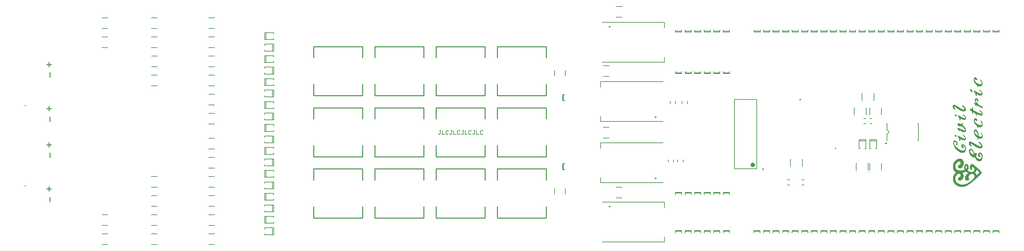
<source format=gto>
G04*
G04 #@! TF.GenerationSoftware,Altium Limited,Altium Designer,18.1.7 (191)*
G04*
G04 Layer_Color=65535*
%FSLAX44Y44*%
%MOMM*%
G71*
G01*
G75*
%ADD10C,0.2540*%
%ADD11C,0.2500*%
%ADD12C,0.1500*%
%ADD13C,0.2000*%
%ADD14C,0.6000*%
%ADD15C,0.1800*%
G36*
X2716017Y1408207D02*
X2716369Y1408119D01*
X2717336Y1407768D01*
X2717863Y1407504D01*
X2718390Y1407065D01*
X2718478Y1406977D01*
X2718741Y1406713D01*
X2719093Y1406273D01*
X2719445Y1405834D01*
X2719532Y1405746D01*
X2719708Y1405483D01*
X2719972Y1405043D01*
X2720323Y1404516D01*
X2720411Y1404428D01*
X2720499Y1404076D01*
X2720587Y1403637D01*
X2720675Y1403110D01*
Y1403022D01*
X2720587Y1402670D01*
X2720411Y1402231D01*
X2720148Y1401792D01*
X2720060Y1401704D01*
X2719708Y1401440D01*
X2719269Y1401264D01*
X2718741Y1401176D01*
X2718566D01*
X2718214Y1401264D01*
X2717775Y1401440D01*
X2717248Y1401616D01*
X2717160Y1401704D01*
X2716896Y1401879D01*
X2716281Y1402407D01*
X2716193Y1402495D01*
X2716017Y1402670D01*
X2715402Y1403198D01*
X2715314Y1403286D01*
X2715138Y1403373D01*
X2714699Y1403549D01*
X2714611D01*
X2714435Y1403637D01*
X2713996Y1403901D01*
Y1403813D01*
X2713908Y1403637D01*
X2713732Y1403110D01*
Y1403022D01*
X2713644Y1402846D01*
Y1402231D01*
X2713732Y1402143D01*
X2713908Y1401616D01*
X2714084Y1400913D01*
X2714435Y1400034D01*
Y1399946D01*
X2714523Y1399858D01*
X2714699Y1399419D01*
X2715050Y1398716D01*
X2715402Y1397925D01*
Y1397837D01*
X2715578Y1397661D01*
X2715753Y1397397D01*
X2716017Y1396958D01*
X2716808Y1396079D01*
X2717775Y1395200D01*
X2717863Y1395112D01*
X2718038Y1395024D01*
X2718302Y1394849D01*
X2718654Y1394585D01*
X2719532Y1393970D01*
X2720675Y1393267D01*
X2720763Y1393179D01*
X2720939Y1393091D01*
X2721290Y1392915D01*
X2721817Y1392652D01*
X2722960Y1392036D01*
X2724278Y1391333D01*
X2724366D01*
X2724630Y1391158D01*
X2724981Y1391070D01*
X2725421Y1390894D01*
X2726036Y1390630D01*
X2726739Y1390454D01*
X2728233Y1390103D01*
X2728321D01*
X2728585D01*
X2729024D01*
X2729551D01*
X2730694Y1390367D01*
X2731309Y1390542D01*
X2731748Y1390894D01*
Y1390982D01*
X2731924Y1391070D01*
X2732012Y1391421D01*
X2732188Y1391773D01*
X2732276Y1392212D01*
X2732364Y1392827D01*
X2732276Y1393530D01*
X2732188Y1394321D01*
Y1394409D01*
X2732100Y1394497D01*
X2732012Y1395112D01*
X2731748Y1395815D01*
X2731397Y1396694D01*
Y1396782D01*
X2731309Y1396870D01*
X2730957Y1397397D01*
X2730518Y1398100D01*
X2730078Y1398891D01*
Y1398979D01*
X2729991Y1399067D01*
X2729639Y1399507D01*
X2729200Y1400122D01*
X2728585Y1400825D01*
Y1400913D01*
X2728409Y1401001D01*
X2728057Y1401440D01*
X2727530Y1402143D01*
X2726915Y1403022D01*
X2727003D01*
X2727090Y1402934D01*
X2727618Y1402758D01*
X2728321Y1402407D01*
X2729288Y1401879D01*
X2730254Y1401176D01*
X2731309Y1400210D01*
X2732276Y1398979D01*
X2733067Y1397573D01*
Y1397485D01*
X2733155Y1397397D01*
X2733418Y1396870D01*
X2733682Y1395991D01*
X2734033Y1394937D01*
X2734297Y1393706D01*
X2734473Y1392388D01*
X2734385Y1390894D01*
X2734121Y1389488D01*
Y1389400D01*
X2733945Y1389136D01*
X2733770Y1388697D01*
X2733506Y1388169D01*
X2732803Y1386939D01*
X2732276Y1386324D01*
X2731748Y1385797D01*
X2731660Y1385709D01*
X2731397Y1385621D01*
X2731045Y1385357D01*
X2730518Y1385181D01*
X2729903Y1385006D01*
X2729112Y1384830D01*
X2728233Y1384742D01*
X2727354D01*
X2727266D01*
X2727178D01*
X2726739Y1384830D01*
X2726124Y1384918D01*
X2725421Y1385094D01*
X2725333D01*
X2725245Y1385181D01*
X2724806Y1385269D01*
X2724102Y1385357D01*
X2723311Y1385533D01*
Y1385357D01*
X2723224Y1385006D01*
X2723136Y1384390D01*
X2723048Y1383687D01*
Y1383512D01*
X2722960Y1383160D01*
X2722872Y1382545D01*
X2722784Y1381930D01*
X2722696D01*
X2722520D01*
X2722433D01*
X2722257D01*
X2722169Y1382105D01*
X2722081Y1382457D01*
X2721905Y1382896D01*
X2721730Y1383424D01*
Y1383600D01*
X2721554Y1383951D01*
X2721466Y1384390D01*
X2721202Y1385006D01*
Y1385094D01*
X2721115Y1385269D01*
X2720939Y1385621D01*
X2720763Y1385972D01*
X2720236Y1386939D01*
X2719445Y1387994D01*
X2719357Y1388082D01*
X2719269Y1388169D01*
X2719005Y1388433D01*
X2718654Y1388785D01*
X2717863Y1389576D01*
X2716984Y1390542D01*
X2716896Y1390630D01*
X2716632Y1390894D01*
X2716281Y1391333D01*
X2715841Y1391861D01*
X2715314Y1392476D01*
X2714699Y1393267D01*
X2713469Y1394937D01*
X2713381Y1395024D01*
X2713205Y1395376D01*
X2712941Y1395815D01*
X2712678Y1396431D01*
X2712326Y1397222D01*
X2712062Y1398012D01*
X2711799Y1398979D01*
X2711623Y1400034D01*
Y1400297D01*
X2711535Y1400561D01*
Y1400825D01*
X2711447Y1401704D01*
Y1403461D01*
X2711535Y1404252D01*
X2711711Y1405131D01*
Y1405219D01*
X2711799Y1405571D01*
X2711974Y1405922D01*
X2712238Y1406449D01*
X2712590Y1406977D01*
X2713117Y1407504D01*
X2713644Y1407943D01*
X2714435Y1408207D01*
X2714523D01*
X2714787Y1408295D01*
X2715138D01*
X2715490D01*
X2715578D01*
X2715753D01*
X2716017Y1408207D01*
D02*
G37*
G36*
X2705120Y1378590D02*
X2705295Y1378239D01*
X2705559Y1377799D01*
X2705910Y1377184D01*
X2706350Y1376481D01*
X2706789Y1375690D01*
X2707756Y1374020D01*
X2707844Y1373932D01*
X2708020Y1373669D01*
X2708195Y1373141D01*
X2708547Y1372614D01*
X2708987Y1371911D01*
X2709426Y1371208D01*
X2710305Y1369538D01*
X2710217D01*
X2710129Y1369450D01*
Y1369362D01*
X2710041Y1369274D01*
X2709953Y1369362D01*
X2709602Y1369714D01*
X2709074Y1370065D01*
X2708459Y1370593D01*
X2708283Y1370681D01*
X2707932Y1371032D01*
X2707404Y1371472D01*
X2706701Y1371999D01*
Y1371911D01*
X2706613Y1371647D01*
X2706438Y1371296D01*
X2706350Y1370856D01*
Y1370768D01*
X2706262Y1370505D01*
X2706174Y1370153D01*
X2705998Y1369626D01*
X2705910Y1369714D01*
X2705735Y1369977D01*
X2705471Y1370417D01*
X2705032Y1370856D01*
X2704592Y1371472D01*
X2704065Y1372175D01*
X2703010Y1373669D01*
X2702922Y1373757D01*
X2702747Y1374020D01*
X2702483Y1374460D01*
X2702131Y1374987D01*
X2701604Y1375602D01*
X2701077Y1376305D01*
X2699934Y1377887D01*
X2700022D01*
X2700110Y1377799D01*
X2700725Y1377623D01*
X2701516Y1377360D01*
X2702307Y1377008D01*
X2702395D01*
X2702483Y1376920D01*
X2703010Y1376745D01*
X2703713Y1376393D01*
X2704504Y1376041D01*
Y1376129D01*
X2704592Y1376481D01*
X2704680Y1376832D01*
X2704768Y1377272D01*
Y1377360D01*
X2704856Y1377623D01*
X2704944Y1378063D01*
X2705032Y1378678D01*
X2705120Y1378590D01*
D02*
G37*
G36*
X2726915Y1376217D02*
X2727003Y1376129D01*
X2727354Y1375954D01*
X2727794Y1375514D01*
X2728409Y1375075D01*
X2729024Y1374547D01*
X2729815Y1373844D01*
X2731309Y1372438D01*
X2731397Y1372350D01*
X2731573Y1372087D01*
X2731924Y1371647D01*
X2732364Y1371032D01*
X2732803Y1370329D01*
X2733330Y1369450D01*
X2733770Y1368483D01*
X2734209Y1367429D01*
Y1367253D01*
X2734297Y1366902D01*
X2734385Y1366462D01*
X2734473Y1365847D01*
Y1365320D01*
X2734385Y1364792D01*
X2734297Y1364177D01*
Y1364089D01*
X2734209Y1363914D01*
X2734121Y1363650D01*
X2734033Y1363210D01*
X2733682Y1362419D01*
X2733067Y1361716D01*
X2732979D01*
X2732891Y1361541D01*
X2732364Y1361277D01*
X2731660Y1360925D01*
X2730694Y1360662D01*
X2730606D01*
X2730430D01*
X2730078Y1360574D01*
X2729639D01*
X2728672Y1360662D01*
X2727618Y1360838D01*
X2727530D01*
X2727354Y1360925D01*
X2727090Y1361013D01*
X2726739Y1361189D01*
X2725860Y1361541D01*
X2724806Y1361980D01*
X2724718D01*
X2724630Y1362068D01*
X2724366Y1362244D01*
X2724015Y1362419D01*
X2723224Y1362771D01*
X2722257Y1363298D01*
X2722169D01*
X2722081Y1363386D01*
X2721817Y1363562D01*
X2721466Y1363738D01*
X2720675Y1364089D01*
X2719708Y1364617D01*
Y1362595D01*
X2719620Y1362244D01*
Y1362156D01*
X2719532Y1361892D01*
X2719445Y1361453D01*
X2719357Y1361013D01*
X2719269Y1360925D01*
X2719181Y1360662D01*
X2719005Y1360310D01*
X2718829Y1359959D01*
X2718741D01*
X2718654Y1359783D01*
X2718126Y1359607D01*
X2718038D01*
X2717863Y1359519D01*
X2717599D01*
X2717336D01*
X2717248D01*
X2717160Y1359607D01*
X2716984Y1359783D01*
X2716808Y1359959D01*
X2716720Y1360047D01*
X2716632Y1360222D01*
X2716544Y1360398D01*
Y1361189D01*
X2716457Y1361804D01*
Y1362507D01*
X2716281Y1363386D01*
X2716017Y1364353D01*
X2715753Y1365320D01*
X2715314Y1366286D01*
X2715226Y1366374D01*
X2715050Y1366726D01*
X2714787Y1367253D01*
X2714435Y1367868D01*
X2714084Y1368659D01*
X2713644Y1369538D01*
X2712590Y1371472D01*
X2712502Y1371559D01*
X2712414Y1371823D01*
X2712150Y1372262D01*
X2711974Y1372702D01*
X2711887Y1372790D01*
X2711799Y1373141D01*
X2711711Y1373669D01*
X2711623Y1374284D01*
X2711711D01*
X2711974Y1374108D01*
X2712326Y1373932D01*
X2712853Y1373757D01*
X2713996Y1373141D01*
X2715402Y1372438D01*
X2715490D01*
X2715753Y1372262D01*
X2716105Y1372087D01*
X2716632Y1371911D01*
X2717775Y1371296D01*
X2719181Y1370593D01*
X2719269Y1370505D01*
X2719532Y1370417D01*
X2719972Y1370153D01*
X2720499Y1369890D01*
X2721115Y1369538D01*
X2721817Y1369187D01*
X2723399Y1368308D01*
X2723487Y1368220D01*
X2723751Y1368132D01*
X2724190Y1367868D01*
X2724806Y1367605D01*
X2725421Y1367253D01*
X2726212Y1366902D01*
X2727794Y1366111D01*
X2727881D01*
X2728145Y1365935D01*
X2728497Y1365847D01*
X2728848Y1365671D01*
X2728936D01*
X2729200Y1365583D01*
X2729639Y1365495D01*
X2730078Y1365408D01*
X2730166D01*
X2730254D01*
X2730782Y1365495D01*
X2731397Y1365671D01*
X2731924Y1366111D01*
X2732012Y1366286D01*
X2732100Y1366638D01*
Y1367253D01*
X2732012Y1367605D01*
X2731836Y1368044D01*
Y1368132D01*
X2731748Y1368220D01*
X2731397Y1368747D01*
X2730869Y1369450D01*
X2730254Y1370153D01*
Y1370241D01*
X2730078Y1370329D01*
X2729727Y1370856D01*
X2729112Y1371472D01*
X2728497Y1372262D01*
X2728409Y1372350D01*
X2728145Y1372702D01*
X2727706Y1373141D01*
X2727266Y1373581D01*
X2727178Y1373669D01*
X2726827Y1374020D01*
X2726387Y1374372D01*
X2725948Y1374899D01*
X2725860Y1375075D01*
X2725772Y1375251D01*
X2725684Y1375514D01*
Y1375778D01*
X2725597Y1376217D01*
X2725684D01*
X2725772D01*
X2726299Y1376305D01*
X2726387D01*
X2726475D01*
X2726915Y1376217D01*
D02*
G37*
G36*
X2718741Y1353719D02*
X2719093Y1353631D01*
X2720148Y1353280D01*
X2720675Y1352928D01*
X2721202Y1352576D01*
X2721290Y1352489D01*
X2721466Y1352401D01*
X2721730Y1352137D01*
X2721993Y1351785D01*
X2722696Y1350907D01*
X2722960Y1350379D01*
X2723224Y1349764D01*
Y1349676D01*
X2723311Y1349500D01*
X2723399Y1348973D01*
Y1347919D01*
X2723224Y1347479D01*
X2722960Y1346864D01*
X2722520Y1346249D01*
X2722433Y1346161D01*
X2722081Y1345897D01*
X2721554Y1345721D01*
X2720851Y1345634D01*
X2720763D01*
X2720411Y1345721D01*
X2720060Y1345985D01*
X2719708Y1346425D01*
X2719620Y1346600D01*
X2719532Y1346952D01*
X2719445Y1347655D01*
Y1348534D01*
X2719532Y1348797D01*
X2719620Y1349413D01*
Y1349676D01*
X2719445Y1349940D01*
X2719093Y1350116D01*
X2719005D01*
X2718829Y1350204D01*
X2718566Y1350291D01*
X2718214D01*
X2718126D01*
X2717863D01*
X2717336Y1350116D01*
X2717248Y1350028D01*
X2716984Y1349940D01*
X2716720Y1349676D01*
X2716544Y1349325D01*
Y1349237D01*
X2716457Y1348973D01*
Y1348622D01*
X2716544Y1348270D01*
Y1348182D01*
X2716720Y1347831D01*
X2716896Y1347391D01*
X2717072Y1346864D01*
Y1346776D01*
X2717248Y1346425D01*
X2717423Y1345985D01*
X2717687Y1345546D01*
X2717775Y1345370D01*
X2718126Y1344843D01*
X2718654Y1344140D01*
X2719445Y1343173D01*
X2720323Y1342030D01*
X2721290Y1340888D01*
X2722345Y1339657D01*
X2723575Y1338427D01*
X2723751Y1338251D01*
X2724190Y1337900D01*
X2724893Y1337285D01*
X2725860Y1336582D01*
X2727003Y1335791D01*
X2728321Y1334912D01*
X2729815Y1334121D01*
X2731485Y1333330D01*
X2731573D01*
X2731836Y1333154D01*
X2732188Y1332978D01*
X2732627Y1332802D01*
X2733506Y1332187D01*
X2733857Y1331836D01*
X2734033Y1331484D01*
X2734121Y1331308D01*
Y1331045D01*
X2734209Y1330693D01*
X2734297Y1330166D01*
Y1328672D01*
X2734209Y1327617D01*
X2734121D01*
X2734033Y1327705D01*
X2733506Y1327969D01*
X2732715Y1328320D01*
X2731660Y1328848D01*
X2730430Y1329463D01*
X2729112Y1330166D01*
X2727618Y1330957D01*
X2726124Y1331748D01*
X2726036D01*
X2725948Y1331836D01*
X2725421Y1332099D01*
X2724630Y1332539D01*
X2723575Y1333154D01*
X2722345Y1333857D01*
X2720939Y1334648D01*
X2719445Y1335439D01*
X2717863Y1336406D01*
Y1336318D01*
X2717950Y1336142D01*
Y1335791D01*
X2718038Y1335439D01*
X2718302Y1334472D01*
X2718566Y1333506D01*
Y1333330D01*
X2718654Y1333066D01*
X2718741Y1332715D01*
X2718917Y1331924D01*
X2719181Y1330957D01*
X2719093D01*
X2719005D01*
X2718917D01*
X2718829Y1330869D01*
X2718741Y1330957D01*
X2718566Y1331221D01*
X2718478Y1331308D01*
X2718302Y1331660D01*
X2718214Y1331748D01*
X2718126Y1332012D01*
X2717950Y1332451D01*
X2717599Y1332978D01*
X2717336Y1333593D01*
X2716984Y1334297D01*
X2716193Y1335791D01*
X2716105Y1335878D01*
X2716017Y1336142D01*
X2715753Y1336582D01*
X2715402Y1337021D01*
X2714435Y1338251D01*
X2713205Y1339570D01*
X2713117Y1339657D01*
X2712853Y1339921D01*
X2712766Y1340009D01*
X2712678Y1340361D01*
Y1341327D01*
X2712766Y1341503D01*
X2712853Y1341679D01*
X2713029Y1341767D01*
X2713205Y1341855D01*
X2713469Y1341942D01*
X2713556D01*
X2713732D01*
X2714171D01*
X2714347Y1341855D01*
X2714699Y1341767D01*
X2715138Y1341503D01*
X2715753Y1341239D01*
X2715841Y1341151D01*
X2716193Y1341064D01*
X2716720Y1340800D01*
X2717336Y1340536D01*
Y1340624D01*
X2717248Y1340888D01*
X2717072Y1341239D01*
X2716896Y1341679D01*
X2716369Y1342821D01*
X2715841Y1344052D01*
Y1344140D01*
X2715753Y1344315D01*
X2715578Y1344667D01*
X2715402Y1345194D01*
X2714962Y1346337D01*
X2714523Y1347655D01*
Y1347831D01*
X2714435Y1348182D01*
X2714347Y1348710D01*
Y1350379D01*
X2714435Y1350995D01*
Y1351082D01*
X2714523Y1351258D01*
X2714699Y1351873D01*
X2715050Y1352576D01*
X2715666Y1353192D01*
X2715841Y1353280D01*
X2716369Y1353543D01*
X2717072Y1353719D01*
X2718126Y1353807D01*
X2718214D01*
X2718390D01*
X2718741Y1353719D01*
D02*
G37*
G36*
X2708811Y1329990D02*
X2709250Y1329814D01*
X2709514Y1329463D01*
Y1329375D01*
X2709602Y1329111D01*
X2709689Y1328760D01*
X2709777Y1328233D01*
Y1327178D01*
X2709865Y1326563D01*
Y1325596D01*
X2709777Y1324981D01*
Y1324366D01*
X2709865Y1323838D01*
X2710129Y1323223D01*
X2710217Y1323135D01*
X2710480Y1322872D01*
X2710920Y1322520D01*
X2711535Y1322169D01*
X2711623D01*
X2711799Y1321993D01*
X2712150Y1321905D01*
X2712590Y1321641D01*
X2713732Y1321114D01*
X2715050Y1320411D01*
X2715138D01*
X2715314Y1320235D01*
X2715666Y1320059D01*
X2716105Y1319884D01*
X2717160Y1319268D01*
X2718478Y1318565D01*
X2718566Y1318477D01*
X2718829Y1318389D01*
X2719269Y1318126D01*
X2719884Y1317862D01*
X2720499Y1317511D01*
X2721290Y1317159D01*
X2722872Y1316280D01*
X2722960Y1316192D01*
X2723224Y1316105D01*
X2723663Y1315841D01*
X2724278Y1315577D01*
X2724893Y1315226D01*
X2725684Y1314874D01*
X2727354Y1314083D01*
X2727530Y1313995D01*
X2727881Y1313820D01*
X2728321Y1313644D01*
X2728936Y1313380D01*
X2729112Y1313292D01*
X2729463Y1313204D01*
X2729903Y1313029D01*
X2730518Y1312941D01*
X2730606D01*
X2730694D01*
X2731221D01*
X2731748Y1313116D01*
X2732012Y1313292D01*
X2732188Y1313556D01*
X2732276Y1313732D01*
X2732364Y1314083D01*
Y1314698D01*
X2732276Y1315050D01*
X2732100Y1315401D01*
X2732012Y1315577D01*
X2731836Y1315929D01*
X2731573Y1316456D01*
X2731133Y1316983D01*
X2731045Y1317159D01*
X2730694Y1317511D01*
X2730342Y1317950D01*
X2729815Y1318477D01*
X2729639Y1318653D01*
X2729200Y1319005D01*
X2728585Y1319620D01*
X2727881Y1320323D01*
X2727794D01*
X2727706Y1320499D01*
X2727266Y1320850D01*
X2726651Y1321378D01*
X2725948Y1321993D01*
Y1322081D01*
X2726036Y1322169D01*
X2726124Y1322256D01*
X2726212Y1322432D01*
X2726299D01*
X2726387Y1322344D01*
X2726915Y1322256D01*
X2727003D01*
X2727090Y1322169D01*
X2727618Y1321993D01*
X2727706D01*
X2727881Y1321817D01*
X2728233Y1321641D01*
X2728672Y1321465D01*
X2729639Y1320850D01*
X2730782Y1320059D01*
X2730869Y1319971D01*
X2731045Y1319884D01*
X2731221Y1319620D01*
X2731573Y1319268D01*
X2732451Y1318477D01*
X2733330Y1317423D01*
Y1317335D01*
X2733506Y1317247D01*
X2733770Y1316720D01*
X2734209Y1316017D01*
X2734561Y1315138D01*
Y1315050D01*
X2734648Y1314962D01*
X2734736Y1314347D01*
X2734912Y1313556D01*
X2735000Y1312677D01*
Y1312062D01*
X2734912Y1311798D01*
Y1311447D01*
X2734561Y1310656D01*
X2734385Y1310216D01*
X2734033Y1309777D01*
X2733945Y1309689D01*
X2733857Y1309601D01*
X2733594Y1309425D01*
X2733242Y1309162D01*
X2732364Y1308810D01*
X2731836Y1308634D01*
X2731309D01*
X2731221D01*
X2731133D01*
X2730518D01*
X2729727Y1308722D01*
X2728848Y1308810D01*
X2728760D01*
X2728672D01*
X2728145Y1308986D01*
X2727442Y1309162D01*
X2726563Y1309425D01*
X2726475D01*
X2726212Y1309513D01*
X2725860Y1309689D01*
X2725333Y1309865D01*
X2724190Y1310304D01*
X2722784Y1310831D01*
X2722696D01*
X2722433Y1311007D01*
X2722081Y1311183D01*
X2721642Y1311359D01*
X2721115Y1311622D01*
X2720411Y1311974D01*
X2719005Y1312589D01*
Y1312501D01*
X2719093Y1312238D01*
X2719181Y1311886D01*
X2719269Y1311447D01*
X2719620Y1310392D01*
X2719884Y1309162D01*
Y1309074D01*
X2719972Y1308898D01*
X2720060Y1308546D01*
X2720148Y1308107D01*
X2720411Y1307052D01*
X2720675Y1305910D01*
X2720587Y1305822D01*
X2720499Y1305734D01*
X2720411D01*
X2720236Y1305646D01*
Y1305734D01*
X2720148Y1305822D01*
X2719884Y1306349D01*
X2719532Y1307052D01*
X2719181Y1307931D01*
Y1308019D01*
X2719093Y1308107D01*
X2718829Y1308722D01*
X2718478Y1309425D01*
X2718038Y1310216D01*
Y1310304D01*
X2717950Y1310392D01*
X2717599Y1310919D01*
X2717072Y1311535D01*
X2716544Y1312325D01*
Y1312413D01*
X2716369Y1312501D01*
X2716017Y1313029D01*
X2715490Y1313732D01*
X2714787Y1314435D01*
X2714611Y1314610D01*
X2714171Y1314962D01*
X2713556Y1315489D01*
X2712678Y1316105D01*
X2712590D01*
X2712502Y1316280D01*
X2711887Y1316632D01*
X2711096Y1317247D01*
X2710129Y1318038D01*
Y1317862D01*
X2710041Y1317335D01*
Y1315753D01*
X2709953Y1315401D01*
Y1314962D01*
X2709865Y1314347D01*
Y1314259D01*
X2709777Y1314171D01*
X2709602Y1313644D01*
Y1313556D01*
X2709514Y1313468D01*
X2709250Y1313029D01*
X2709162D01*
X2708987Y1313116D01*
X2708371Y1313468D01*
X2708283D01*
X2708108Y1313644D01*
X2707844Y1313732D01*
X2707756Y1313995D01*
X2707668Y1314171D01*
X2707580Y1314523D01*
X2707404Y1315050D01*
X2707229Y1315665D01*
Y1315841D01*
X2707141Y1316192D01*
Y1317511D01*
X2707053Y1317950D01*
X2706965Y1318565D01*
X2706789Y1319093D01*
X2706701Y1319180D01*
X2706438Y1319444D01*
X2705998Y1319796D01*
X2705383Y1320235D01*
X2705208Y1320323D01*
X2704856Y1320499D01*
X2704417Y1320762D01*
X2703801Y1321202D01*
X2703713Y1321290D01*
X2703362Y1321465D01*
X2702922Y1321817D01*
X2702395Y1322256D01*
X2702307Y1322344D01*
X2702219Y1322432D01*
X2701780Y1322959D01*
X2701692Y1323047D01*
X2701604Y1323223D01*
X2701429Y1323487D01*
X2701341Y1323838D01*
Y1323926D01*
X2701253Y1324014D01*
Y1324453D01*
X2701341Y1325069D01*
X2701429Y1325332D01*
X2701604Y1325596D01*
X2701692Y1325684D01*
X2702043Y1325948D01*
X2702659Y1326123D01*
X2703450D01*
X2703538D01*
X2703713Y1326035D01*
X2704241Y1325860D01*
X2704329D01*
X2704504Y1325772D01*
X2705032Y1325508D01*
X2705120D01*
X2705208Y1325420D01*
X2705735Y1325244D01*
X2705822D01*
X2705998Y1325157D01*
X2706262Y1324981D01*
X2706701Y1324805D01*
Y1324981D01*
X2706789Y1325420D01*
Y1326035D01*
X2706877Y1326651D01*
Y1326826D01*
X2706965Y1327178D01*
Y1327705D01*
X2707053Y1328320D01*
Y1328408D01*
X2707141Y1328672D01*
X2707229Y1329023D01*
X2707317Y1329463D01*
X2707404Y1329551D01*
X2707580Y1329727D01*
X2707844Y1329990D01*
X2708371Y1330078D01*
X2708547D01*
X2708811Y1329990D01*
D02*
G37*
G36*
X2660386Y1336582D02*
X2660475D01*
X2660562D01*
X2661177Y1336406D01*
X2661968Y1336230D01*
X2662847Y1335878D01*
X2662935D01*
X2663023Y1335791D01*
X2663550Y1335615D01*
X2664254Y1335263D01*
X2665044Y1334824D01*
X2665220Y1334736D01*
X2665747Y1334472D01*
X2666538Y1334033D01*
X2667593Y1333418D01*
X2668824Y1332715D01*
X2670142Y1332012D01*
X2671636Y1331133D01*
X2673130Y1330254D01*
X2673305Y1330166D01*
X2673833Y1329814D01*
X2674624Y1329375D01*
X2675591Y1328760D01*
X2676821Y1328057D01*
X2678139Y1327266D01*
X2679633Y1326475D01*
X2681127Y1325596D01*
X2681303Y1325508D01*
X2681654Y1325332D01*
X2682270Y1324981D01*
X2683061Y1324717D01*
X2683148D01*
X2683236Y1324629D01*
X2683676Y1324541D01*
X2684379Y1324366D01*
X2685170Y1324190D01*
X2685258D01*
X2685433D01*
X2685961Y1324102D01*
X2686664Y1324190D01*
X2686927Y1324366D01*
X2687191Y1324629D01*
X2687279Y1324805D01*
X2687367Y1325157D01*
X2687455Y1325860D01*
X2687367Y1326211D01*
X2687279Y1326738D01*
Y1326826D01*
X2687191Y1327002D01*
X2687103Y1327266D01*
X2686927Y1327529D01*
X2686576Y1328320D01*
X2685961Y1329111D01*
X2685873Y1329199D01*
X2685785Y1329287D01*
X2685345Y1329727D01*
X2684731Y1330430D01*
X2683940Y1331133D01*
X2683852Y1331221D01*
X2683500Y1331484D01*
X2683061Y1331836D01*
X2682621Y1332275D01*
X2682533Y1332363D01*
X2682270Y1332627D01*
X2681918Y1332978D01*
X2681566Y1333506D01*
Y1333593D01*
X2681479Y1333769D01*
X2681391Y1334033D01*
Y1334824D01*
X2681479Y1335175D01*
X2681654Y1335351D01*
X2681742Y1335439D01*
X2681830Y1335527D01*
X2682182Y1335615D01*
X2682621D01*
X2682709D01*
X2682973D01*
X2683324Y1335527D01*
X2683588Y1335351D01*
X2683676Y1335263D01*
X2683940Y1335000D01*
X2684379Y1334648D01*
X2684906Y1334209D01*
X2685521Y1333593D01*
X2686136Y1332978D01*
X2687543Y1331572D01*
X2687631Y1331484D01*
X2687894Y1331221D01*
X2688246Y1330781D01*
X2688685Y1330254D01*
X2689124Y1329551D01*
X2689652Y1328760D01*
X2690179Y1327881D01*
X2690706Y1326914D01*
X2690794Y1326826D01*
X2690882Y1326475D01*
X2691058Y1325948D01*
X2691146Y1325244D01*
X2691234Y1324453D01*
X2691146Y1323663D01*
X2690970Y1322784D01*
X2690531Y1321905D01*
X2690443Y1321817D01*
X2690267Y1321553D01*
X2689915Y1321202D01*
X2689476Y1320850D01*
X2688861Y1320411D01*
X2688158Y1319971D01*
X2687367Y1319620D01*
X2686488Y1319444D01*
X2686400D01*
X2686224D01*
X2685785Y1319356D01*
X2685697D01*
X2685521D01*
X2685170D01*
X2684818Y1319268D01*
X2684731D01*
X2684467Y1319356D01*
X2684027D01*
X2683500Y1319444D01*
X2682797Y1319620D01*
X2682094Y1319796D01*
X2680512Y1320147D01*
X2680424D01*
X2680161Y1320235D01*
X2679721Y1320411D01*
X2679194Y1320587D01*
X2678578Y1320850D01*
X2677875Y1321114D01*
X2676382Y1321729D01*
X2676294Y1321817D01*
X2676030Y1321905D01*
X2675591Y1322169D01*
X2675063Y1322520D01*
X2674448Y1322959D01*
X2673745Y1323399D01*
X2672251Y1324366D01*
X2672163Y1324453D01*
X2671899Y1324629D01*
X2671460Y1324893D01*
X2670933Y1325244D01*
X2670317Y1325684D01*
X2669614Y1326123D01*
X2668120Y1327178D01*
X2668033D01*
X2667945Y1327354D01*
X2667417Y1327705D01*
X2666714Y1328233D01*
X2666011Y1328848D01*
X2665923D01*
X2665835Y1329023D01*
X2665396Y1329375D01*
X2664693Y1329902D01*
X2663990Y1330517D01*
X2663902Y1330605D01*
X2663726Y1330693D01*
X2663287Y1331045D01*
X2663199D01*
X2663023Y1331133D01*
X2662496Y1331396D01*
X2662408D01*
X2662056Y1331484D01*
X2661705Y1331396D01*
X2661265Y1331221D01*
X2661177Y1331133D01*
X2661089Y1330957D01*
X2661002Y1330605D01*
X2661089Y1330078D01*
X2661177Y1329990D01*
X2661265Y1329639D01*
X2661529Y1329199D01*
X2661793Y1328760D01*
X2661880Y1328672D01*
X2662056Y1328320D01*
X2662320Y1327881D01*
X2662672Y1327442D01*
X2662759Y1327354D01*
X2662935Y1327090D01*
X2663287Y1326738D01*
X2663726Y1326299D01*
X2663814Y1326211D01*
X2663902Y1325948D01*
Y1325332D01*
X2663726Y1325069D01*
X2663638Y1324981D01*
X2663287Y1324717D01*
X2662847Y1324541D01*
X2662320D01*
X2662144D01*
X2661793Y1324717D01*
X2661353Y1324805D01*
X2660738Y1325069D01*
X2660650Y1325157D01*
X2660386Y1325332D01*
X2659947Y1325596D01*
X2659508Y1325948D01*
X2658893Y1326475D01*
X2658365Y1327178D01*
X2657838Y1327969D01*
X2657310Y1328936D01*
Y1329023D01*
X2657135Y1329287D01*
X2657047Y1329639D01*
X2656871Y1330078D01*
X2656607Y1331221D01*
X2656432Y1332451D01*
Y1332890D01*
X2656519Y1333418D01*
X2656695Y1333945D01*
Y1334033D01*
X2656783Y1334209D01*
X2656959Y1334824D01*
X2657398Y1335527D01*
X2658014Y1336142D01*
X2658189Y1336230D01*
X2658629Y1336494D01*
X2659420Y1336669D01*
X2659859D01*
X2660386Y1336582D01*
D02*
G37*
G36*
X2664693Y1311622D02*
X2664781Y1311535D01*
Y1311447D01*
X2664956Y1311359D01*
X2665308Y1310831D01*
X2665747Y1310128D01*
X2666363Y1309250D01*
Y1309162D01*
X2666451Y1309074D01*
X2666626Y1308810D01*
X2666714Y1308459D01*
X2667066Y1307580D01*
X2667417Y1306525D01*
X2667329D01*
X2667154D01*
X2666802Y1306437D01*
X2666363D01*
X2665396Y1306525D01*
X2664868Y1306701D01*
X2664341Y1306877D01*
X2664254D01*
X2664078Y1306965D01*
X2663550Y1307404D01*
X2662935Y1308019D01*
X2662672Y1308459D01*
X2662496Y1308986D01*
Y1309074D01*
X2662408Y1309425D01*
X2662496Y1309865D01*
X2662584Y1310480D01*
X2662672Y1310656D01*
X2662847Y1310919D01*
X2663111Y1311271D01*
X2663550Y1311622D01*
X2663638D01*
X2663726Y1311710D01*
X2664254D01*
X2664341D01*
X2664517D01*
X2664693Y1311622D01*
D02*
G37*
G36*
X2684291Y1311886D02*
X2684906Y1311447D01*
X2684994Y1311359D01*
X2685258Y1311183D01*
X2685609Y1310919D01*
X2686049Y1310568D01*
X2687103Y1309689D01*
X2688246Y1308546D01*
X2688334Y1308459D01*
X2688510Y1308283D01*
X2688773Y1307931D01*
X2689124Y1307492D01*
X2689564Y1306877D01*
X2690003Y1306261D01*
X2690882Y1304855D01*
Y1304767D01*
X2691058Y1304504D01*
X2691146Y1304152D01*
X2691322Y1303801D01*
Y1303713D01*
X2691410Y1303449D01*
X2691497Y1303098D01*
X2691585Y1302746D01*
Y1300988D01*
X2691410Y1300198D01*
X2691146Y1299407D01*
X2690794Y1298703D01*
X2690179Y1298000D01*
X2690091Y1297913D01*
X2689828Y1297737D01*
X2689476Y1297473D01*
X2688861Y1297209D01*
X2688158Y1297034D01*
X2687367Y1296858D01*
X2686400Y1296946D01*
X2685345Y1297122D01*
X2685258D01*
X2685170Y1297209D01*
X2684555Y1297385D01*
X2683764Y1297649D01*
X2682885Y1298088D01*
X2682797D01*
X2682709Y1298176D01*
X2682094Y1298440D01*
X2681303Y1298791D01*
X2680424Y1299231D01*
X2680336Y1299319D01*
X2679985Y1299407D01*
X2679457Y1299670D01*
X2678930Y1299934D01*
X2678754Y1300022D01*
X2678403Y1300198D01*
X2677875Y1300461D01*
X2677173Y1300725D01*
Y1299670D01*
X2677260Y1299143D01*
Y1298264D01*
X2677173Y1297825D01*
Y1297737D01*
X2676996Y1297473D01*
X2676645Y1296858D01*
X2676557Y1296770D01*
X2676382Y1296594D01*
X2675854Y1295979D01*
X2675766D01*
X2675591Y1295891D01*
X2675327Y1295803D01*
X2674975Y1295891D01*
X2674887D01*
X2674712Y1296067D01*
X2674536Y1296331D01*
X2674448Y1296770D01*
Y1297385D01*
X2674360Y1298000D01*
X2674272Y1298879D01*
X2674008Y1299934D01*
X2673745Y1300988D01*
X2673305Y1302131D01*
X2672778Y1303273D01*
X2672690Y1303449D01*
X2672515Y1303801D01*
X2672163Y1304328D01*
X2671724Y1305119D01*
X2671196Y1305998D01*
X2670669Y1307052D01*
X2669526Y1309250D01*
Y1309337D01*
X2669438Y1309425D01*
X2669351Y1309777D01*
X2669263Y1309953D01*
X2669087Y1310128D01*
X2668999Y1310480D01*
X2669087Y1310392D01*
X2669351Y1310304D01*
X2669790Y1310128D01*
X2670317Y1309865D01*
X2670933Y1309513D01*
X2671548Y1309162D01*
X2673042Y1308459D01*
X2673130D01*
X2673393Y1308283D01*
X2673745Y1308107D01*
X2674184Y1307843D01*
X2675415Y1307228D01*
X2676733Y1306525D01*
X2676821D01*
X2676996Y1306349D01*
X2677348Y1306261D01*
X2677700Y1305998D01*
X2678754Y1305471D01*
X2679897Y1304855D01*
X2679985D01*
X2680161Y1304680D01*
X2680512Y1304504D01*
X2680864Y1304328D01*
X2681918Y1303801D01*
X2683061Y1303186D01*
X2683148Y1303098D01*
X2683412Y1303010D01*
X2683852Y1302746D01*
X2684379Y1302570D01*
X2684467Y1302482D01*
X2684731Y1302395D01*
X2685170Y1302131D01*
X2685697Y1301955D01*
X2685785D01*
X2685873Y1301867D01*
X2686400Y1301692D01*
X2687015Y1301516D01*
X2687719D01*
X2687894D01*
X2688158Y1301604D01*
X2688597Y1301779D01*
X2688949Y1302131D01*
Y1302219D01*
X2689037Y1302307D01*
X2689213Y1302746D01*
X2689301Y1303273D01*
X2689213Y1303537D01*
X2689124Y1303801D01*
X2689037Y1303977D01*
X2688861Y1304240D01*
X2688597Y1304767D01*
X2688246Y1305207D01*
X2688158Y1305295D01*
X2688070Y1305383D01*
X2687631Y1305998D01*
X2686927Y1306701D01*
X2686224Y1307580D01*
X2686136Y1307668D01*
X2686049Y1307756D01*
X2685521Y1308283D01*
X2684818Y1309074D01*
X2684027Y1309953D01*
X2683940Y1310041D01*
X2683764Y1310216D01*
X2683324Y1310744D01*
X2683236Y1310831D01*
X2683148Y1311007D01*
X2682621Y1311622D01*
X2682797Y1311710D01*
X2683148Y1311886D01*
X2683588Y1311974D01*
X2684027D01*
X2684115D01*
X2684291Y1311886D01*
D02*
G37*
G36*
X2716544Y1301428D02*
X2717072Y1301252D01*
X2717599Y1301076D01*
X2718214Y1300725D01*
X2718302Y1300637D01*
X2718478Y1300549D01*
X2718741Y1300285D01*
X2719093Y1299934D01*
X2719884Y1299055D01*
X2720675Y1297825D01*
Y1297737D01*
X2720763Y1297385D01*
X2720851Y1297209D01*
X2720939Y1296946D01*
Y1296243D01*
X2720851Y1295628D01*
X2720587Y1295012D01*
X2720499Y1294924D01*
X2720148Y1294661D01*
X2719620Y1294573D01*
X2719269Y1294485D01*
X2718829Y1294573D01*
X2718654Y1294661D01*
X2718302Y1294749D01*
X2717863Y1295012D01*
X2717336Y1295364D01*
X2717248Y1295452D01*
X2716896Y1295715D01*
X2716457Y1295979D01*
X2715929Y1296331D01*
X2715841D01*
X2715666Y1296418D01*
X2715138Y1296770D01*
X2715050D01*
X2714875Y1296858D01*
X2714347Y1297209D01*
Y1297122D01*
X2714259Y1296858D01*
Y1296506D01*
X2714171Y1296155D01*
Y1296067D01*
X2714084Y1295891D01*
Y1295100D01*
X2714171Y1294924D01*
Y1294573D01*
X2714259Y1294221D01*
X2714611Y1293255D01*
X2715050Y1292200D01*
Y1292112D01*
X2715138Y1291936D01*
X2715314Y1291673D01*
X2715578Y1291321D01*
X2716105Y1290530D01*
X2716896Y1289651D01*
X2716984Y1289564D01*
X2717336Y1289300D01*
X2717863Y1288860D01*
X2718478Y1288245D01*
X2719269Y1287630D01*
X2720236Y1287015D01*
X2721202Y1286312D01*
X2722257Y1285697D01*
X2722345Y1285609D01*
X2722784Y1285433D01*
X2723311Y1285169D01*
X2724102Y1284906D01*
X2725069Y1284466D01*
X2726124Y1284115D01*
X2727354Y1283763D01*
X2728585Y1283500D01*
X2728672D01*
X2729024Y1283412D01*
X2729463D01*
X2729991Y1283500D01*
X2730078D01*
X2730430Y1283587D01*
X2730869Y1283675D01*
X2731397Y1283851D01*
X2731485Y1283939D01*
X2731748Y1284115D01*
X2732100Y1284378D01*
X2732451Y1284818D01*
X2732539Y1284906D01*
X2732627Y1285257D01*
X2732715Y1285697D01*
Y1286488D01*
X2732627Y1286839D01*
X2732451Y1287454D01*
X2732364Y1288070D01*
Y1288157D01*
X2732188Y1288509D01*
X2732100Y1288948D01*
X2731836Y1289476D01*
Y1289564D01*
X2731660Y1289739D01*
X2731485Y1290091D01*
X2731221Y1290530D01*
X2730606Y1291585D01*
X2729815Y1292815D01*
X2729727Y1292903D01*
X2729639Y1293079D01*
X2729376Y1293430D01*
X2729112Y1293870D01*
X2728409Y1294924D01*
X2727530Y1296155D01*
X2727706Y1296067D01*
X2728145Y1295891D01*
X2728848Y1295628D01*
X2729639Y1295100D01*
X2730606Y1294397D01*
X2731573Y1293518D01*
X2732539Y1292376D01*
X2733330Y1290970D01*
X2733418Y1290794D01*
X2733682Y1290267D01*
X2734033Y1289476D01*
X2734297Y1288509D01*
X2734648Y1287279D01*
X2734736Y1285872D01*
Y1284378D01*
X2734473Y1282796D01*
Y1282709D01*
X2734385Y1282445D01*
X2734209Y1282006D01*
X2733945Y1281478D01*
X2733682Y1280951D01*
X2733242Y1280336D01*
X2732803Y1279721D01*
X2732188Y1279193D01*
X2732100Y1279105D01*
X2731924Y1279017D01*
X2731573Y1278754D01*
X2731221Y1278578D01*
X2730606Y1278314D01*
X2729991Y1278139D01*
X2729288Y1277963D01*
X2728409D01*
X2728321D01*
X2728233D01*
X2727706Y1278051D01*
X2727003Y1278139D01*
X2726124Y1278227D01*
X2726036D01*
X2725948Y1278314D01*
X2725333Y1278402D01*
X2724542Y1278490D01*
X2723663Y1278666D01*
Y1278490D01*
X2723575Y1278139D01*
X2723487Y1277611D01*
X2723399Y1276996D01*
Y1276820D01*
X2723311Y1276469D01*
X2723224Y1275854D01*
X2723136Y1275063D01*
X2723048D01*
X2722960Y1275151D01*
X2722784Y1275238D01*
X2722696Y1275326D01*
X2722608Y1275414D01*
X2722520Y1275502D01*
Y1275590D01*
X2722433Y1275942D01*
X2722257Y1276381D01*
X2721993Y1276996D01*
X2721730Y1277699D01*
X2721378Y1278490D01*
X2720499Y1280072D01*
X2720411Y1280160D01*
X2720236Y1280424D01*
X2719884Y1280775D01*
X2719532Y1281302D01*
X2718478Y1282533D01*
X2717160Y1283939D01*
X2717072Y1284027D01*
X2716720Y1284378D01*
X2716281Y1284906D01*
X2715753Y1285521D01*
X2715138Y1286312D01*
X2714523Y1287191D01*
X2713205Y1289212D01*
X2713117Y1289388D01*
X2712941Y1289739D01*
X2712766Y1290354D01*
X2712414Y1291145D01*
X2712150Y1292112D01*
X2711974Y1293255D01*
X2711799Y1294485D01*
X2711711Y1295803D01*
Y1296682D01*
X2711799Y1297209D01*
X2712062Y1298440D01*
X2712238Y1299055D01*
X2712502Y1299582D01*
Y1299670D01*
X2712678Y1299846D01*
X2713117Y1300373D01*
X2713996Y1300988D01*
X2714523Y1301252D01*
X2715138Y1301428D01*
X2715226D01*
X2715402D01*
X2715666Y1301516D01*
X2716105D01*
X2716544Y1301428D01*
D02*
G37*
G36*
X2680512Y1290354D02*
X2680688Y1290267D01*
X2681215Y1289739D01*
X2681830Y1289036D01*
X2682445Y1288070D01*
Y1287982D01*
X2682533Y1287806D01*
X2682621Y1287542D01*
X2682709Y1287191D01*
X2682797Y1286312D01*
Y1285785D01*
X2682709Y1285169D01*
Y1284994D01*
X2682621Y1284642D01*
X2682709Y1284115D01*
X2682797Y1283587D01*
X2682885Y1283500D01*
X2682973Y1283236D01*
X2683236Y1282884D01*
X2683676Y1282445D01*
X2683764D01*
X2683852Y1282269D01*
X2684379Y1281830D01*
X2685082Y1281215D01*
X2685873Y1280511D01*
X2685961Y1280424D01*
X2686049Y1280336D01*
X2686576Y1279896D01*
X2687191Y1279193D01*
X2687806Y1278402D01*
X2687894Y1278314D01*
X2688158Y1278051D01*
X2688510Y1277523D01*
X2688949Y1276996D01*
X2689388Y1276205D01*
X2689828Y1275414D01*
X2690267Y1274447D01*
X2690619Y1273481D01*
Y1273393D01*
X2690706Y1273041D01*
X2690882Y1272514D01*
X2690970Y1271811D01*
X2691058Y1270932D01*
Y1269966D01*
X2690970Y1268911D01*
X2690794Y1267768D01*
Y1267681D01*
X2690706Y1267505D01*
X2690531Y1266889D01*
X2690179Y1266186D01*
X2689915Y1265923D01*
X2689652Y1265659D01*
X2689476Y1265571D01*
X2689037Y1265308D01*
X2688246Y1265044D01*
X2687191Y1264868D01*
X2687103D01*
X2687015D01*
X2686400Y1264780D01*
X2685609Y1264868D01*
X2684731Y1264956D01*
X2684643D01*
X2684555Y1265044D01*
X2683940Y1265220D01*
X2683236Y1265483D01*
X2682357Y1265835D01*
X2682270D01*
X2682094Y1265923D01*
X2681742Y1266099D01*
X2681391Y1266274D01*
X2680424Y1266802D01*
X2679282Y1267329D01*
X2679194D01*
X2679018Y1267417D01*
X2678754Y1267593D01*
X2678315Y1267768D01*
X2677348Y1268296D01*
X2676206Y1268823D01*
X2676118Y1268911D01*
X2675942Y1268999D01*
X2675415Y1269262D01*
X2675327Y1269350D01*
X2675151Y1269438D01*
X2674799Y1269614D01*
X2674360Y1269790D01*
Y1269262D01*
X2674448Y1268735D01*
Y1268120D01*
X2674536Y1267768D01*
Y1267329D01*
X2674624Y1266889D01*
X2674536D01*
X2674448D01*
X2674184D01*
X2674096D01*
X2674008D01*
X2673921Y1266977D01*
X2673745Y1267241D01*
X2673481Y1267593D01*
X2673217Y1268032D01*
X2672339Y1269262D01*
X2671460Y1270581D01*
X2671372Y1270668D01*
X2671196Y1270932D01*
X2670933Y1271284D01*
X2670669Y1271811D01*
X2669790Y1272953D01*
X2668911Y1274360D01*
Y1274447D01*
X2668824Y1274623D01*
X2668735Y1274887D01*
Y1275590D01*
X2668824Y1275854D01*
X2668999Y1276117D01*
Y1276205D01*
X2669175Y1276293D01*
X2669438Y1276381D01*
X2669790Y1276469D01*
X2669878D01*
X2670054D01*
X2670669D01*
X2670757D01*
X2671021Y1276293D01*
X2671548Y1276117D01*
X2672075Y1275854D01*
X2672778Y1275590D01*
X2673569Y1275238D01*
X2675239Y1274447D01*
X2675327Y1274360D01*
X2675591Y1274272D01*
X2676030Y1274096D01*
X2676645Y1273832D01*
X2677260Y1273481D01*
X2678051Y1273129D01*
X2679721Y1272338D01*
X2679809D01*
X2679985Y1272250D01*
X2680248Y1272075D01*
X2680688Y1271899D01*
X2681654Y1271460D01*
X2682797Y1271020D01*
X2682885D01*
X2683061Y1270932D01*
X2683324Y1270756D01*
X2683764Y1270668D01*
X2684643Y1270229D01*
X2685785Y1269790D01*
X2685873D01*
X2686049Y1269702D01*
X2686664Y1269614D01*
X2686752D01*
X2686927D01*
X2687367Y1269526D01*
X2687543D01*
X2687894D01*
X2688334Y1269702D01*
X2688685Y1270053D01*
X2688773Y1270141D01*
X2688861Y1270405D01*
X2688949Y1270844D01*
X2688861Y1271372D01*
X2688773Y1271460D01*
Y1271547D01*
X2688685Y1271635D01*
X2688597Y1271723D01*
X2688422Y1272075D01*
X2688070Y1272514D01*
X2687631Y1273041D01*
X2687191Y1273745D01*
X2686576Y1274535D01*
X2685345Y1276205D01*
X2685258Y1276293D01*
X2684994Y1276557D01*
X2684643Y1276996D01*
X2684203Y1277523D01*
X2683588Y1278139D01*
X2682885Y1278842D01*
X2681303Y1280160D01*
X2681215Y1280248D01*
X2680864Y1280424D01*
X2680424Y1280599D01*
X2679985Y1280687D01*
X2679897D01*
X2679545D01*
X2679018Y1280599D01*
X2678491Y1280511D01*
X2678403D01*
X2678051Y1280424D01*
X2677612Y1280336D01*
X2676996Y1280248D01*
X2676294D01*
X2675503D01*
X2674712D01*
X2673921Y1280424D01*
X2673833D01*
X2673569Y1280511D01*
X2673130Y1280687D01*
X2672603Y1280951D01*
X2671987Y1281302D01*
X2671372Y1281830D01*
X2670669Y1282445D01*
X2670054Y1283148D01*
X2669966Y1283236D01*
X2669702Y1283587D01*
X2669438Y1284027D01*
X2669175Y1284554D01*
X2669087Y1284730D01*
X2668999Y1285081D01*
Y1285609D01*
X2669175Y1286224D01*
Y1286312D01*
X2669263Y1286400D01*
X2669526Y1286751D01*
X2669966Y1287191D01*
X2670493Y1287542D01*
X2670669D01*
X2671021Y1287630D01*
X2671636Y1287718D01*
X2672339D01*
X2672515D01*
X2672954D01*
X2673569Y1287630D01*
X2674272Y1287542D01*
X2674448D01*
X2674887Y1287454D01*
X2675415Y1287279D01*
X2676118Y1287103D01*
X2676294D01*
X2676733Y1286927D01*
X2677260Y1286751D01*
X2677963Y1286488D01*
X2678139Y1286400D01*
X2678578Y1286312D01*
X2679194Y1286048D01*
X2679897Y1285785D01*
Y1285872D01*
X2680073Y1285960D01*
X2680336Y1286488D01*
X2680512Y1287191D01*
Y1287630D01*
X2680424Y1288070D01*
Y1288157D01*
X2680336Y1288245D01*
X2680248Y1288773D01*
Y1289564D01*
X2680424Y1290442D01*
X2680512Y1290354D01*
D02*
G37*
G36*
X2663638Y1258453D02*
X2663990Y1258277D01*
X2664078D01*
X2664166Y1258189D01*
X2664341Y1258101D01*
X2664429Y1257925D01*
Y1257838D01*
X2664517Y1257750D01*
X2664781Y1257310D01*
X2665132Y1256607D01*
X2665572Y1255904D01*
Y1255816D01*
X2665659Y1255728D01*
X2665923Y1255289D01*
X2666275Y1254674D01*
X2666626Y1253971D01*
Y1253268D01*
X2666538Y1253092D01*
X2666363Y1252916D01*
X2666187Y1252828D01*
X2666099D01*
X2665747Y1252740D01*
X2665132Y1252828D01*
X2664781Y1252916D01*
X2664341Y1253092D01*
X2664254D01*
X2664078Y1253180D01*
X2663550Y1253531D01*
X2662935Y1254059D01*
X2662320Y1254674D01*
X2662232Y1254762D01*
X2662056Y1255113D01*
X2661880Y1255640D01*
X2661793Y1256168D01*
Y1256343D01*
X2661880Y1256695D01*
X2662056Y1257134D01*
X2662496Y1257750D01*
Y1257838D01*
X2662584Y1257925D01*
X2662935Y1258189D01*
X2663111Y1258277D01*
X2663463Y1258540D01*
X2663638Y1258453D01*
D02*
G37*
G36*
X2683412Y1258716D02*
X2683940Y1258453D01*
X2684027Y1258365D01*
X2684291Y1258189D01*
X2684731Y1257925D01*
X2685170Y1257486D01*
X2686400Y1256431D01*
X2687719Y1255113D01*
X2687806Y1255025D01*
X2687982Y1254849D01*
X2688334Y1254498D01*
X2688685Y1253971D01*
X2689124Y1253355D01*
X2689564Y1252740D01*
X2690091Y1251949D01*
X2690531Y1251070D01*
Y1250983D01*
X2690619Y1250895D01*
X2690706Y1250631D01*
X2690794Y1250279D01*
X2690970Y1249489D01*
X2691058Y1248522D01*
Y1247995D01*
X2690970Y1247643D01*
X2690794Y1246852D01*
X2690531Y1245885D01*
Y1245797D01*
X2690443Y1245710D01*
X2690091Y1245182D01*
X2689564Y1244567D01*
X2688773Y1243952D01*
X2688685D01*
X2688510Y1243864D01*
X2688246Y1243776D01*
X2687894Y1243688D01*
X2687015Y1243600D01*
X2685873D01*
X2685785D01*
X2685697D01*
X2685170Y1243776D01*
X2684467Y1243952D01*
X2683676Y1244215D01*
X2683588D01*
X2683500Y1244303D01*
X2682973Y1244479D01*
X2682270Y1244743D01*
X2681479Y1245006D01*
X2681391D01*
X2681303Y1245094D01*
X2680775Y1245358D01*
X2680073Y1245710D01*
X2679194Y1246149D01*
X2679106D01*
X2679018Y1246237D01*
X2678491Y1246588D01*
X2677700Y1246940D01*
X2676733Y1247467D01*
Y1245358D01*
X2676645Y1245006D01*
Y1244919D01*
X2676557Y1244655D01*
X2676469Y1244303D01*
X2676294Y1243864D01*
X2676206Y1243776D01*
X2676118Y1243512D01*
X2675766Y1242897D01*
X2675678Y1242809D01*
X2675415Y1242634D01*
X2674975Y1242458D01*
X2674536Y1242546D01*
X2674448D01*
X2674184Y1242721D01*
X2673921Y1243073D01*
X2673833Y1243512D01*
Y1244040D01*
X2673745Y1244567D01*
X2673657Y1245358D01*
X2673569Y1246149D01*
X2673305Y1247116D01*
X2673042Y1247995D01*
X2672603Y1248961D01*
X2672515Y1249049D01*
X2672426Y1249401D01*
X2672163Y1249928D01*
X2671812Y1250543D01*
X2671460Y1251334D01*
X2671021Y1252125D01*
X2670054Y1253971D01*
X2669966Y1254059D01*
X2669790Y1254410D01*
X2669526Y1254849D01*
X2669263Y1255377D01*
X2669175Y1255465D01*
X2668999Y1255904D01*
X2668735Y1256431D01*
X2668384Y1257134D01*
X2668472Y1257047D01*
X2668735Y1256959D01*
X2669175Y1256783D01*
X2669702Y1256519D01*
X2670933Y1255816D01*
X2672339Y1255113D01*
X2672426D01*
X2672690Y1254937D01*
X2673042Y1254849D01*
X2673481Y1254586D01*
X2674712Y1254059D01*
X2676030Y1253355D01*
X2676118D01*
X2676294Y1253180D01*
X2676645Y1253092D01*
X2676996Y1252828D01*
X2678051Y1252301D01*
X2679194Y1251686D01*
X2679282D01*
X2679457Y1251510D01*
X2679809Y1251334D01*
X2680161Y1251158D01*
X2681215Y1250543D01*
X2682445Y1249928D01*
X2682533Y1249840D01*
X2682797Y1249752D01*
X2683236Y1249489D01*
X2683764Y1249313D01*
X2683852Y1249225D01*
X2684115Y1249137D01*
X2684555Y1248873D01*
X2685082Y1248698D01*
X2685170D01*
X2685258Y1248610D01*
X2685785Y1248434D01*
X2686488Y1248258D01*
X2687191Y1248170D01*
X2687279D01*
X2687631Y1248258D01*
X2688070Y1248434D01*
X2688422Y1248785D01*
Y1248873D01*
X2688510Y1248961D01*
X2688597Y1249401D01*
X2688685Y1249928D01*
X2688597Y1250279D01*
X2688510Y1250543D01*
X2688422Y1250631D01*
X2688246Y1250983D01*
X2687982Y1251422D01*
X2687631Y1251949D01*
Y1252037D01*
X2687455Y1252125D01*
X2687015Y1252652D01*
X2686400Y1253355D01*
X2685697Y1254234D01*
X2685609Y1254322D01*
X2685521Y1254410D01*
X2685082Y1254937D01*
X2684379Y1255640D01*
X2683676Y1256431D01*
X2683588Y1256519D01*
X2683412Y1256695D01*
X2682885Y1257310D01*
X2682797Y1257398D01*
X2682621Y1257574D01*
X2682094Y1258189D01*
X2682182Y1258277D01*
X2682445Y1258540D01*
X2682797Y1258716D01*
X2683148Y1258804D01*
X2683236D01*
X2683412Y1258716D01*
D02*
G37*
G36*
X2716896Y1271811D02*
X2717423Y1271723D01*
X2717511D01*
X2717599Y1271635D01*
X2718214Y1271284D01*
X2718917Y1270756D01*
X2719620Y1270053D01*
Y1269966D01*
X2719796Y1269878D01*
X2719972Y1269614D01*
X2720236Y1269262D01*
X2720763Y1268471D01*
X2721378Y1267505D01*
Y1267417D01*
X2721554Y1267241D01*
X2721642Y1266977D01*
X2721905Y1266626D01*
X2722345Y1265747D01*
X2722784Y1264780D01*
Y1264692D01*
X2722960Y1264429D01*
X2723048Y1264077D01*
X2723311Y1263550D01*
X2723487Y1262935D01*
X2723751Y1262232D01*
X2724190Y1260738D01*
Y1260650D01*
X2724278Y1260386D01*
X2724366Y1259947D01*
X2724454Y1259419D01*
X2724542Y1258804D01*
Y1256256D01*
X2724630Y1255816D01*
X2724718Y1255289D01*
X2724981Y1254674D01*
X2725069Y1254586D01*
X2725333Y1254410D01*
X2725860Y1254146D01*
X2726563Y1253971D01*
X2726739D01*
X2727090Y1253883D01*
X2727706Y1253795D01*
X2728409Y1253619D01*
X2728585D01*
X2728936Y1253531D01*
X2729551Y1253443D01*
X2730166D01*
X2730254D01*
X2730430D01*
X2730957Y1253531D01*
X2731573Y1253707D01*
X2731836Y1253883D01*
X2732012Y1254059D01*
X2732100Y1254146D01*
X2732364Y1254586D01*
X2732539Y1255201D01*
X2732715Y1256080D01*
Y1256607D01*
X2732627Y1256959D01*
X2732451Y1257838D01*
X2732188Y1258804D01*
Y1258892D01*
X2732100Y1259068D01*
X2732012Y1259332D01*
X2731924Y1259595D01*
X2731573Y1260474D01*
X2731133Y1261353D01*
X2731045Y1261529D01*
X2730869Y1261880D01*
X2730606Y1262495D01*
X2730254Y1263111D01*
Y1263198D01*
X2730166Y1263286D01*
X2729991Y1263726D01*
X2729727Y1264341D01*
X2729376Y1264956D01*
X2729463D01*
X2729639Y1265044D01*
X2729727Y1265132D01*
X2729991Y1265220D01*
X2730078Y1265132D01*
X2730342Y1264868D01*
X2730694Y1264429D01*
X2731221Y1263814D01*
X2731836Y1263111D01*
X2732364Y1262232D01*
X2733594Y1260386D01*
X2733682Y1260298D01*
X2733770Y1259947D01*
X2734033Y1259332D01*
X2734297Y1258628D01*
X2734473Y1257750D01*
X2734736Y1256695D01*
X2734824Y1255553D01*
Y1254234D01*
X2734736Y1253883D01*
X2734648Y1253707D01*
Y1253180D01*
X2734561Y1252828D01*
X2734473Y1252301D01*
X2734297Y1251598D01*
X2733945Y1250895D01*
X2733594Y1250104D01*
X2732979Y1249489D01*
X2732276Y1248873D01*
X2732188Y1248785D01*
X2731924Y1248698D01*
X2731485Y1248434D01*
X2730869Y1248258D01*
X2730166Y1248082D01*
X2729376Y1247907D01*
X2728409Y1247819D01*
X2727442Y1247907D01*
X2727266D01*
X2726915Y1247995D01*
X2726475Y1248170D01*
X2725860Y1248346D01*
X2725684Y1248434D01*
X2725333Y1248522D01*
X2724893D01*
X2724366Y1248434D01*
X2724278Y1248346D01*
X2724015Y1248170D01*
X2723751Y1247907D01*
X2723487Y1247379D01*
X2723399Y1247204D01*
X2723224Y1246852D01*
X2722960Y1246413D01*
X2722696Y1245885D01*
X2722608Y1245797D01*
X2722433Y1245446D01*
X2722081Y1245006D01*
X2721642Y1244479D01*
X2721554Y1244391D01*
X2721202Y1244128D01*
X2720763Y1243776D01*
X2720060Y1243512D01*
Y1243600D01*
X2720148Y1243688D01*
X2720323Y1244128D01*
X2720499Y1244743D01*
X2720763Y1245358D01*
X2720851Y1245534D01*
X2721027Y1245885D01*
X2721290Y1246413D01*
X2721554Y1247028D01*
Y1247116D01*
X2721642Y1247291D01*
X2721730Y1247555D01*
X2721817Y1247907D01*
X2721993Y1248698D01*
Y1249401D01*
X2721905Y1249489D01*
X2721730Y1249928D01*
X2721290Y1250455D01*
X2720939Y1250807D01*
X2720499Y1251158D01*
X2720323Y1251246D01*
X2719972Y1251598D01*
X2719357Y1252037D01*
X2718566Y1252740D01*
X2717775Y1253531D01*
X2716896Y1254410D01*
X2715929Y1255465D01*
X2715138Y1256519D01*
X2715050Y1256695D01*
X2714787Y1257047D01*
X2714435Y1257662D01*
X2713996Y1258540D01*
X2713469Y1259595D01*
X2712941Y1260826D01*
X2712502Y1262144D01*
X2712150Y1263550D01*
Y1263726D01*
X2712062Y1264165D01*
X2711974Y1264780D01*
X2711887Y1265483D01*
Y1267681D01*
X2711974Y1267944D01*
Y1268208D01*
X2712150Y1269087D01*
X2712502Y1269966D01*
Y1270053D01*
X2712590Y1270141D01*
X2713029Y1270581D01*
X2713644Y1271196D01*
X2714611Y1271635D01*
X2714699D01*
X2714875Y1271723D01*
X2715138Y1271811D01*
X2715490D01*
X2716457Y1271899D01*
X2716896Y1271811D01*
D02*
G37*
G36*
X2662056Y1243249D02*
X2662144D01*
X2662408Y1243161D01*
X2662935Y1242985D01*
X2663550Y1242721D01*
X2664254Y1242370D01*
X2665044Y1241843D01*
X2665923Y1241227D01*
X2666890Y1240436D01*
X2666978Y1240349D01*
X2667242Y1239997D01*
X2667681Y1239558D01*
X2668120Y1238855D01*
X2668647Y1237976D01*
X2668999Y1237009D01*
X2669263Y1235866D01*
X2669351Y1234636D01*
Y1234460D01*
X2669263Y1233845D01*
X2669087Y1233142D01*
X2668735Y1232439D01*
X2668647Y1232263D01*
X2668296Y1231912D01*
X2667769Y1231472D01*
X2667066Y1230945D01*
X2666978Y1230857D01*
X2666626D01*
X2666187Y1230769D01*
X2665659Y1230945D01*
X2665572Y1231033D01*
X2665308Y1231209D01*
X2664956Y1231560D01*
X2664781Y1232000D01*
Y1232087D01*
X2664693Y1232351D01*
Y1233318D01*
X2664781Y1233581D01*
X2665132Y1233757D01*
X2665308Y1233845D01*
X2665659Y1233933D01*
X2665835D01*
X2666187Y1234021D01*
X2666538Y1234197D01*
X2666714Y1234548D01*
Y1235779D01*
X2666626Y1235954D01*
X2666538Y1236218D01*
X2666363Y1236570D01*
X2666187Y1237009D01*
X2665835Y1237448D01*
X2665396Y1237888D01*
X2664868Y1238327D01*
X2664781Y1238415D01*
X2664605Y1238503D01*
X2664341Y1238679D01*
X2663902Y1238942D01*
X2662935Y1239294D01*
X2662408Y1239382D01*
X2661880D01*
X2661793D01*
X2661705D01*
X2661353Y1239294D01*
X2660914Y1239118D01*
X2660475Y1238767D01*
X2660386Y1238679D01*
X2660211Y1238415D01*
X2660123Y1237976D01*
X2660035Y1237448D01*
Y1236921D01*
X2660123Y1236482D01*
X2660211Y1235866D01*
Y1235779D01*
X2660298Y1235427D01*
X2660386Y1234900D01*
X2660562Y1234372D01*
Y1234285D01*
X2660738Y1233933D01*
X2660914Y1233494D01*
X2661265Y1232878D01*
X2661617Y1232087D01*
X2662056Y1231296D01*
X2663111Y1229715D01*
X2663199Y1229627D01*
X2663375Y1229363D01*
X2663726Y1228924D01*
X2664166Y1228396D01*
X2664693Y1227781D01*
X2665308Y1227166D01*
X2666714Y1225760D01*
X2666802Y1225672D01*
X2667154Y1225408D01*
X2667593Y1224969D01*
X2668208Y1224354D01*
X2668999Y1223738D01*
X2669878Y1223035D01*
X2671812Y1221629D01*
X2671899Y1221541D01*
X2672251Y1221366D01*
X2672866Y1221014D01*
X2673569Y1220575D01*
X2674360Y1220047D01*
X2675327Y1219520D01*
X2677436Y1218378D01*
X2677524D01*
X2677700Y1218290D01*
X2677963Y1218114D01*
X2678403Y1217938D01*
X2679370Y1217587D01*
X2680512Y1217235D01*
X2680600D01*
X2680775Y1217147D01*
X2681127D01*
X2681479Y1217059D01*
X2682621Y1216971D01*
X2683852D01*
X2683940D01*
X2684115D01*
X2684467Y1217059D01*
X2684906Y1217147D01*
X2685873Y1217499D01*
X2686927Y1218026D01*
X2687015Y1218114D01*
X2687103Y1218202D01*
X2687543Y1218729D01*
X2688070Y1219520D01*
X2688597Y1220663D01*
Y1220750D01*
X2688685Y1221102D01*
X2688773Y1221541D01*
X2688861Y1222244D01*
Y1222947D01*
X2688773Y1223826D01*
X2688597Y1224793D01*
X2688246Y1225848D01*
X2688158Y1225936D01*
X2688070Y1226287D01*
X2687806Y1226814D01*
X2687455Y1227430D01*
X2687015Y1228133D01*
X2686400Y1228836D01*
X2685785Y1229451D01*
X2684994Y1229978D01*
X2684906D01*
X2684731Y1230066D01*
X2684203Y1230330D01*
X2684115D01*
X2683940Y1230418D01*
X2683412Y1230506D01*
X2683324D01*
X2683236D01*
X2682973D01*
X2682709Y1230418D01*
X2682621D01*
X2682533Y1230330D01*
X2682357Y1230154D01*
X2682270Y1229978D01*
X2682182Y1229802D01*
Y1229627D01*
X2682270Y1229363D01*
Y1229275D01*
X2682357Y1229099D01*
X2682445Y1228924D01*
X2682621Y1228748D01*
X2682709D01*
X2682797Y1228572D01*
X2683324Y1228396D01*
X2683412D01*
X2683588Y1228308D01*
X2684115Y1228045D01*
X2684291Y1227957D01*
X2684643Y1227781D01*
X2685082Y1227430D01*
X2685433Y1226990D01*
X2685521Y1226902D01*
X2685609Y1226551D01*
Y1226023D01*
X2685521Y1225320D01*
Y1225145D01*
X2685345Y1224793D01*
X2685082Y1224354D01*
X2684643Y1224002D01*
X2684555Y1223914D01*
X2684203Y1223826D01*
X2683676Y1223738D01*
X2682885D01*
X2682797D01*
X2682621Y1223826D01*
X2682357D01*
X2682006Y1223914D01*
X2681215Y1224266D01*
X2680512Y1224881D01*
Y1224969D01*
X2680336Y1225057D01*
X2680073Y1225584D01*
X2679633Y1226287D01*
X2679194Y1227254D01*
Y1227342D01*
X2679106Y1227517D01*
X2679018Y1227781D01*
Y1228133D01*
X2678842Y1229012D01*
Y1230242D01*
X2679106Y1230769D01*
X2679457Y1231560D01*
X2679809Y1231912D01*
X2680161Y1232351D01*
Y1232439D01*
X2680336Y1232527D01*
X2680775Y1232966D01*
X2681479Y1233318D01*
X2681918Y1233494D01*
X2682357Y1233581D01*
X2682445D01*
X2682533D01*
X2682797D01*
X2683148D01*
X2683940D01*
X2684906Y1233318D01*
X2684994D01*
X2685345Y1233142D01*
X2685785Y1232966D01*
X2686312Y1232615D01*
X2686927Y1232263D01*
X2687455Y1231824D01*
X2688070Y1231209D01*
X2688597Y1230593D01*
X2688685Y1230506D01*
X2688773Y1230242D01*
X2689037Y1229802D01*
X2689301Y1229275D01*
X2689652Y1228660D01*
X2690003Y1227957D01*
X2690619Y1226287D01*
X2690706Y1226111D01*
X2690794Y1225672D01*
X2690970Y1224969D01*
X2691058Y1224178D01*
Y1224002D01*
X2691146Y1223475D01*
X2691234Y1222772D01*
X2691322Y1221981D01*
Y1221278D01*
X2691234Y1220838D01*
X2691146Y1220311D01*
X2691058Y1219608D01*
X2690706Y1218114D01*
X2690179Y1216532D01*
X2689388Y1214862D01*
X2688334Y1213368D01*
X2687719Y1212753D01*
X2686927Y1212138D01*
X2686840D01*
X2686752Y1212050D01*
X2686488Y1211874D01*
X2686136Y1211786D01*
X2685697Y1211610D01*
X2685258Y1211435D01*
X2683940Y1211171D01*
X2682357Y1211083D01*
X2680512Y1211171D01*
X2679545Y1211347D01*
X2678403Y1211523D01*
X2677348Y1211962D01*
X2676118Y1212401D01*
X2676030D01*
X2675766Y1212577D01*
X2675415Y1212753D01*
X2674975Y1213017D01*
X2674360Y1213368D01*
X2673657Y1213720D01*
X2671987Y1214774D01*
X2670142Y1216093D01*
X2668296Y1217587D01*
X2666363Y1219344D01*
X2664605Y1221366D01*
X2664517Y1221453D01*
X2664429Y1221629D01*
X2664166Y1221981D01*
X2663902Y1222420D01*
X2663463Y1222947D01*
X2663111Y1223563D01*
X2662584Y1224354D01*
X2662056Y1225145D01*
X2661002Y1227078D01*
X2659947Y1229363D01*
X2658893Y1231824D01*
X2658014Y1234548D01*
Y1234636D01*
X2657926Y1234812D01*
Y1235076D01*
X2657838Y1235427D01*
X2657750Y1236394D01*
X2657838Y1237536D01*
Y1237800D01*
X2657926Y1238151D01*
Y1238503D01*
X2658014Y1239470D01*
X2658189Y1240612D01*
Y1240700D01*
X2658277Y1240876D01*
X2658453Y1241491D01*
X2658893Y1242194D01*
X2659596Y1242809D01*
X2659684D01*
X2659771Y1242897D01*
X2660298Y1243161D01*
X2661089Y1243337D01*
X2661529D01*
X2662056Y1243249D01*
D02*
G37*
G36*
X2703362Y1240612D02*
X2704241Y1240349D01*
X2704329D01*
X2704417Y1240261D01*
X2704856Y1240085D01*
X2705559Y1239821D01*
X2706262Y1239470D01*
X2706438Y1239382D01*
X2706877Y1239118D01*
X2707492Y1238767D01*
X2708195Y1238415D01*
X2708283D01*
X2708371Y1238327D01*
X2708899Y1237976D01*
X2709689Y1237536D01*
X2710744Y1236921D01*
X2712062Y1236218D01*
X2713381Y1235339D01*
X2714875Y1234460D01*
X2716457Y1233581D01*
X2716544D01*
X2716632Y1233494D01*
X2717160Y1233142D01*
X2718038Y1232703D01*
X2719093Y1232087D01*
X2720323Y1231384D01*
X2721730Y1230593D01*
X2723224Y1229802D01*
X2724806Y1228924D01*
X2724981Y1228836D01*
X2725421Y1228660D01*
X2726036Y1228308D01*
X2726827Y1228045D01*
X2726915D01*
X2727003D01*
X2727530Y1227869D01*
X2728233Y1227781D01*
X2729024Y1227605D01*
X2729112D01*
X2729200D01*
X2729727D01*
X2730254Y1227781D01*
X2730782Y1228133D01*
X2730869Y1228221D01*
X2730957Y1228572D01*
Y1229187D01*
X2730869Y1230066D01*
Y1230154D01*
X2730782Y1230330D01*
X2730694Y1230593D01*
X2730606Y1230945D01*
X2730166Y1231736D01*
X2729551Y1232527D01*
X2729463Y1232615D01*
X2729376Y1232703D01*
X2728936Y1233230D01*
X2728233Y1233845D01*
X2727442Y1234636D01*
X2727354Y1234724D01*
X2727090Y1234900D01*
X2726739Y1235251D01*
X2726299Y1235691D01*
X2726212Y1235779D01*
X2725948Y1236042D01*
X2725597Y1236394D01*
X2725157Y1236745D01*
X2725069Y1236833D01*
X2724893Y1237185D01*
X2724630Y1237536D01*
X2724454Y1238064D01*
Y1238503D01*
X2724542Y1238942D01*
X2724893Y1239382D01*
X2724981Y1239470D01*
X2725245Y1239645D01*
X2725684Y1239821D01*
X2726124D01*
X2726212Y1239733D01*
X2726475Y1239645D01*
X2726827Y1239382D01*
X2727266Y1239118D01*
X2727354Y1239030D01*
X2727618Y1238855D01*
X2727969Y1238503D01*
X2728409Y1238064D01*
X2729551Y1236921D01*
X2730869Y1235603D01*
X2730957Y1235515D01*
X2731133Y1235339D01*
X2731397Y1234900D01*
X2731836Y1234460D01*
X2732276Y1233933D01*
X2732715Y1233230D01*
X2733682Y1231736D01*
X2733770Y1231560D01*
X2734033Y1231033D01*
X2734297Y1230330D01*
X2734561Y1229363D01*
X2734736Y1228308D01*
Y1227254D01*
X2734473Y1226111D01*
X2734297Y1225584D01*
X2733945Y1225057D01*
X2733857Y1224969D01*
X2733594Y1224617D01*
X2733067Y1224266D01*
X2732451Y1223738D01*
X2731660Y1223299D01*
X2730606Y1222860D01*
X2729463Y1222596D01*
X2728145Y1222420D01*
X2728057D01*
X2727794Y1222508D01*
X2727354Y1222596D01*
X2726739Y1222684D01*
X2726124Y1222772D01*
X2725333Y1222947D01*
X2723751Y1223387D01*
X2723663D01*
X2723399Y1223475D01*
X2722960Y1223651D01*
X2722345Y1223826D01*
X2721730Y1224090D01*
X2720939Y1224354D01*
X2719445Y1225145D01*
X2719357Y1225232D01*
X2719093Y1225408D01*
X2718566Y1225672D01*
X2718038Y1226023D01*
X2717336Y1226375D01*
X2716632Y1226902D01*
X2715050Y1227957D01*
X2714962Y1228045D01*
X2714699Y1228221D01*
X2714259Y1228484D01*
X2713644Y1228924D01*
X2713029Y1229363D01*
X2712238Y1229890D01*
X2710656Y1230945D01*
X2710568D01*
X2710480Y1231033D01*
X2710041Y1231384D01*
X2709338Y1231912D01*
X2708635Y1232439D01*
X2708547D01*
X2708459Y1232615D01*
X2707932Y1232966D01*
X2707317Y1233494D01*
X2706526Y1234109D01*
X2706438Y1234197D01*
X2706262Y1234285D01*
X2705735Y1234636D01*
X2705647Y1234724D01*
X2705471Y1234812D01*
X2704856Y1235076D01*
X2704680D01*
X2704417D01*
X2703977D01*
X2703625Y1234812D01*
X2703538Y1234724D01*
X2703450Y1234548D01*
X2703362Y1234197D01*
X2703450Y1233669D01*
Y1233581D01*
X2703538Y1233406D01*
X2703801Y1232791D01*
Y1232703D01*
X2703889Y1232527D01*
X2704241Y1232000D01*
Y1231912D01*
X2704417Y1231824D01*
X2704856Y1231384D01*
X2704944D01*
X2705032Y1231209D01*
X2705383Y1230769D01*
X2705471Y1230681D01*
X2705559Y1230506D01*
X2705822Y1230154D01*
X2705998Y1229715D01*
X2706086Y1229627D01*
X2706174Y1229363D01*
X2706262Y1229012D01*
Y1228748D01*
X2706174Y1228660D01*
X2705998Y1228396D01*
X2705647Y1228133D01*
X2705208Y1228045D01*
X2705120D01*
X2704768D01*
X2704329Y1228133D01*
X2703889Y1228308D01*
X2703801Y1228396D01*
X2703450Y1228484D01*
X2703010Y1228748D01*
X2702571Y1229012D01*
X2702483Y1229099D01*
X2702219Y1229275D01*
X2701868Y1229539D01*
X2701429Y1229890D01*
X2701341Y1229978D01*
X2701165Y1230154D01*
X2700989Y1230418D01*
X2700638Y1230769D01*
X2700022Y1231648D01*
X2699407Y1232703D01*
Y1232791D01*
X2699319Y1232966D01*
X2699231Y1233318D01*
X2699055Y1233757D01*
X2698880Y1234900D01*
X2698704Y1236130D01*
Y1236570D01*
X2698792Y1237097D01*
X2698880Y1237624D01*
X2699055Y1238239D01*
X2699319Y1238942D01*
X2699671Y1239470D01*
X2700198Y1239997D01*
X2700286Y1240085D01*
X2700462Y1240173D01*
X2700813Y1240349D01*
X2701253Y1240524D01*
X2701868Y1240612D01*
X2702571Y1240700D01*
X2703362Y1240612D01*
D02*
G37*
G36*
X2704241Y1221366D02*
X2705208Y1221190D01*
X2706262Y1220750D01*
X2706350D01*
X2706438Y1220663D01*
X2706877Y1220399D01*
X2707580Y1219872D01*
X2708283Y1219256D01*
X2708459Y1219081D01*
X2708811Y1218641D01*
X2709338Y1218026D01*
X2709777Y1217323D01*
X2709865Y1217235D01*
X2709953Y1217059D01*
X2710129Y1216708D01*
X2710392Y1216356D01*
X2711008Y1215214D01*
X2711623Y1213983D01*
Y1213895D01*
X2711799Y1213720D01*
X2711887Y1213368D01*
X2712150Y1212929D01*
X2712678Y1211786D01*
X2713293Y1210556D01*
Y1210468D01*
X2713381Y1210204D01*
X2713732Y1209589D01*
Y1209501D01*
X2713908Y1209238D01*
X2714084Y1208798D01*
X2714347Y1208271D01*
X2714435Y1208447D01*
X2714611Y1208710D01*
X2714787Y1209150D01*
X2715050Y1209589D01*
Y1209677D01*
X2715226Y1209853D01*
X2715578Y1210468D01*
Y1210556D01*
X2715753Y1210644D01*
X2716105Y1210995D01*
X2716720Y1211435D01*
X2716984Y1211523D01*
X2717336D01*
X2717511D01*
X2717863Y1211259D01*
X2718302Y1210819D01*
X2718566Y1210556D01*
X2718741Y1210117D01*
Y1210029D01*
X2718829Y1209853D01*
X2718917Y1209589D01*
X2719005Y1209325D01*
X2719181Y1208447D01*
Y1206865D01*
X2719093Y1206513D01*
X2718917Y1205634D01*
X2718478Y1204668D01*
Y1204580D01*
X2718302Y1204404D01*
X2718214Y1204053D01*
X2718126Y1203613D01*
X2717950Y1202558D01*
Y1202031D01*
X2718038Y1201504D01*
Y1201416D01*
X2718126Y1201240D01*
X2718214Y1200976D01*
X2718390Y1200713D01*
X2718829Y1199834D01*
X2719532Y1198867D01*
X2719620Y1198779D01*
X2719708Y1198604D01*
X2719972Y1198340D01*
X2720323Y1198076D01*
X2721290Y1197197D01*
X2722433Y1196406D01*
X2722520D01*
X2722696Y1196231D01*
X2723048Y1196055D01*
X2723487Y1195879D01*
X2724015Y1195704D01*
X2724630Y1195440D01*
X2726124Y1195176D01*
X2726212D01*
X2726563D01*
X2727003D01*
X2727618Y1195264D01*
X2728321Y1195352D01*
X2729024Y1195616D01*
X2729727Y1195967D01*
X2730430Y1196406D01*
X2730518Y1196494D01*
X2730694Y1196670D01*
X2730957Y1197022D01*
X2731309Y1197461D01*
X2731573Y1197989D01*
X2731836Y1198691D01*
X2732100Y1199482D01*
X2732188Y1200361D01*
Y1202295D01*
X2732012Y1203437D01*
Y1203525D01*
X2731924Y1203701D01*
Y1203965D01*
X2731836Y1204316D01*
X2731485Y1205283D01*
X2730957Y1206250D01*
X2730869Y1206337D01*
X2730606Y1206601D01*
X2730254Y1206953D01*
X2729815Y1207304D01*
X2729727Y1207392D01*
X2729376Y1207568D01*
X2729024Y1207831D01*
X2728497Y1208007D01*
X2728409D01*
X2728233Y1208095D01*
X2727881D01*
X2727442D01*
X2727354D01*
X2727090Y1208007D01*
X2726827Y1207831D01*
X2726563Y1207568D01*
Y1207480D01*
X2726475Y1207304D01*
Y1206601D01*
X2726563Y1206337D01*
X2726651Y1205986D01*
X2726739Y1205546D01*
Y1205459D01*
X2726827Y1205371D01*
X2727266Y1204931D01*
X2727354D01*
X2727530Y1204755D01*
X2727969Y1204404D01*
X2728145Y1204228D01*
X2728409Y1203789D01*
X2728760Y1203174D01*
X2728936Y1202383D01*
Y1202207D01*
X2728848Y1201768D01*
X2728672Y1201240D01*
X2728321Y1200625D01*
X2728233Y1200537D01*
X2727794Y1200273D01*
X2727266Y1200010D01*
X2726915D01*
X2726563D01*
X2726475D01*
X2726387D01*
X2725860Y1200186D01*
X2725245Y1200537D01*
X2724806Y1200801D01*
X2724454Y1201152D01*
X2724366Y1201240D01*
X2724190Y1201416D01*
X2723927Y1201855D01*
X2723575Y1202295D01*
X2723224Y1202910D01*
X2722960Y1203613D01*
X2722696Y1204404D01*
X2722520Y1205283D01*
Y1206162D01*
X2722608Y1206777D01*
X2722696Y1207480D01*
X2722960Y1208183D01*
X2723224Y1208974D01*
X2723663Y1209765D01*
X2723751Y1209853D01*
X2723927Y1210117D01*
X2724278Y1210468D01*
X2724718Y1210819D01*
X2725245Y1211259D01*
X2725948Y1211698D01*
X2726739Y1211962D01*
X2727618Y1212138D01*
X2727706D01*
X2727969D01*
X2728497Y1212050D01*
X2729024Y1211962D01*
X2729639Y1211786D01*
X2730342Y1211435D01*
X2731045Y1210907D01*
X2731748Y1210204D01*
X2731836Y1210117D01*
X2732012Y1209853D01*
X2732364Y1209413D01*
X2732715Y1208798D01*
X2733155Y1208095D01*
X2733594Y1207216D01*
X2733945Y1206337D01*
X2734297Y1205371D01*
Y1205283D01*
X2734385Y1204931D01*
X2734473Y1204404D01*
X2734648Y1203701D01*
X2734736Y1202822D01*
Y1201855D01*
X2734824Y1200889D01*
X2734736Y1199746D01*
Y1199570D01*
X2734648Y1199131D01*
X2734561Y1198516D01*
X2734385Y1197725D01*
Y1197549D01*
X2734209Y1197022D01*
X2734121Y1196319D01*
X2733857Y1195528D01*
Y1195440D01*
X2733770Y1195352D01*
X2733682Y1195088D01*
X2733594Y1194737D01*
X2733155Y1193858D01*
X2732627Y1192803D01*
X2731836Y1191749D01*
X2730869Y1190694D01*
X2729639Y1189727D01*
X2729024Y1189376D01*
X2728233Y1189112D01*
X2728145D01*
X2728057D01*
X2727794Y1189024D01*
X2727442Y1188936D01*
X2726651D01*
X2725509D01*
X2724278Y1189112D01*
X2722872Y1189552D01*
X2722081Y1189903D01*
X2721378Y1190255D01*
X2720587Y1190782D01*
X2719884Y1191397D01*
X2719796Y1191485D01*
X2719620Y1191661D01*
X2719357Y1191837D01*
X2719005Y1192188D01*
X2718214Y1193067D01*
X2717423Y1194209D01*
X2717336Y1194297D01*
X2717248Y1194473D01*
X2717072Y1194825D01*
X2716808Y1195264D01*
X2716193Y1196319D01*
X2715666Y1197549D01*
Y1197637D01*
X2715578Y1197725D01*
X2715402Y1198076D01*
X2715138Y1198516D01*
X2714875Y1198867D01*
X2714787Y1198955D01*
X2714435Y1199043D01*
X2713908D01*
X2713205Y1198867D01*
X2713117D01*
X2712766Y1198779D01*
X2712326D01*
X2711799D01*
X2711623D01*
X2711359D01*
X2710832Y1198867D01*
X2710392Y1198955D01*
X2710305D01*
X2710217Y1199043D01*
X2709602Y1199395D01*
X2708811Y1199746D01*
X2707932Y1200273D01*
X2707844D01*
X2707668Y1200361D01*
X2707141Y1200713D01*
X2706438Y1201240D01*
X2705735Y1201855D01*
X2705647Y1202031D01*
X2705295Y1202383D01*
X2704768Y1202998D01*
X2704065Y1203789D01*
X2703362Y1204755D01*
X2702571Y1205810D01*
X2701780Y1207040D01*
X2701077Y1208271D01*
X2700989Y1208447D01*
X2700813Y1208886D01*
X2700462Y1209589D01*
X2700110Y1210556D01*
X2699759Y1211610D01*
X2699407Y1212929D01*
X2699143Y1214423D01*
X2698968Y1215917D01*
X2698880Y1216005D01*
Y1216796D01*
X2698968Y1217235D01*
X2699055Y1217850D01*
X2699319Y1218553D01*
X2699583Y1219344D01*
X2700022Y1220047D01*
X2700550Y1220750D01*
X2701253Y1221190D01*
X2701341D01*
X2701604Y1221278D01*
X2702043Y1221366D01*
X2702659Y1221453D01*
X2703362D01*
X2704241Y1221366D01*
D02*
G37*
G36*
X2676294Y1195967D02*
X2677700Y1195704D01*
X2679106Y1195264D01*
X2680600Y1194561D01*
X2680775Y1194473D01*
X2681215Y1194122D01*
X2681830Y1193506D01*
X2682621Y1192715D01*
X2683412Y1191749D01*
X2684115Y1190518D01*
X2684818Y1189112D01*
X2685258Y1187442D01*
Y1187267D01*
X2685345Y1187003D01*
Y1186739D01*
X2685433Y1185861D01*
X2685521Y1184806D01*
Y1183488D01*
X2685433Y1182169D01*
X2685258Y1180675D01*
X2684906Y1179269D01*
X2684818Y1179093D01*
X2684643Y1178654D01*
X2684291Y1177951D01*
X2683852Y1176984D01*
X2683236Y1175930D01*
X2682445Y1174787D01*
X2681391Y1173645D01*
X2680248Y1172502D01*
X2680161D01*
X2680073Y1172326D01*
X2679457Y1171887D01*
X2678666Y1171448D01*
X2677700Y1171008D01*
X2677612D01*
X2677436Y1170920D01*
X2677173Y1170832D01*
X2676821Y1170744D01*
X2675942Y1170657D01*
X2674887D01*
X2674799D01*
X2674624Y1170744D01*
X2674272D01*
X2673921Y1170832D01*
X2673042Y1171184D01*
X2672163Y1171711D01*
X2672075D01*
X2671987Y1171887D01*
X2671548Y1172326D01*
X2671021Y1173117D01*
X2670581Y1174084D01*
Y1174172D01*
X2670493Y1174348D01*
Y1174611D01*
X2670405Y1174963D01*
Y1175754D01*
X2670581Y1176545D01*
Y1176633D01*
X2670669Y1176721D01*
X2670933Y1177248D01*
X2671460Y1177863D01*
X2672163Y1178566D01*
X2672251Y1178654D01*
X2672603Y1178918D01*
X2673042Y1179181D01*
X2673569Y1179533D01*
X2673657Y1179621D01*
X2674008Y1179884D01*
X2674536Y1180148D01*
X2675063Y1180499D01*
X2675151Y1180587D01*
X2675327Y1180675D01*
X2675942Y1181203D01*
X2676645Y1182082D01*
X2676909Y1182609D01*
X2677173Y1183136D01*
Y1183224D01*
X2677260Y1183400D01*
Y1183751D01*
X2677348Y1184103D01*
X2677260Y1185157D01*
X2677084Y1185685D01*
X2676821Y1186300D01*
Y1186388D01*
X2676645Y1186563D01*
X2676206Y1187091D01*
X2675503Y1187706D01*
X2674975Y1188058D01*
X2674448Y1188233D01*
X2674360D01*
X2674184Y1188321D01*
X2673833D01*
X2673393Y1188409D01*
X2672251Y1188321D01*
X2671636Y1188233D01*
X2671021Y1187970D01*
X2670933D01*
X2670845Y1187882D01*
X2670229Y1187618D01*
X2669438Y1187091D01*
X2668472Y1186388D01*
X2667417Y1185333D01*
X2666363Y1184103D01*
X2665308Y1182609D01*
X2664517Y1180763D01*
Y1180675D01*
X2664429Y1180499D01*
X2664341Y1180236D01*
X2664254Y1179884D01*
X2663990Y1178918D01*
X2663726Y1177599D01*
X2663638Y1176105D01*
X2663726Y1174523D01*
X2663990Y1172766D01*
X2664254Y1171975D01*
X2664605Y1171096D01*
Y1171008D01*
X2664781Y1170744D01*
X2665044Y1170305D01*
X2665308Y1169778D01*
X2665747Y1169250D01*
X2666275Y1168635D01*
X2666802Y1168020D01*
X2667505Y1167493D01*
X2667593Y1167405D01*
X2667857Y1167229D01*
X2668208Y1167053D01*
X2668735Y1166702D01*
X2669351Y1166350D01*
X2670054Y1166087D01*
X2671636Y1165471D01*
X2671812D01*
X2672163Y1165384D01*
X2672866Y1165208D01*
X2673745Y1165120D01*
X2674712Y1164944D01*
X2675854Y1164768D01*
X2678315Y1164680D01*
X2678491D01*
X2678930D01*
X2679545Y1164768D01*
X2680424Y1164856D01*
X2681479Y1164944D01*
X2682621Y1165120D01*
X2683852Y1165384D01*
X2685082Y1165735D01*
X2685170D01*
X2685345Y1165823D01*
X2685961Y1166087D01*
X2686576Y1166438D01*
X2686840Y1166614D01*
X2687015Y1166790D01*
Y1167844D01*
X2686927Y1168372D01*
X2686840Y1168899D01*
Y1168987D01*
X2686752Y1169338D01*
X2686664Y1169778D01*
X2686576Y1170393D01*
Y1171096D01*
X2686488Y1171887D01*
X2686576Y1173645D01*
Y1173733D01*
X2686664Y1173996D01*
X2686752Y1174523D01*
X2686840Y1175051D01*
X2687015Y1175754D01*
X2687279Y1176545D01*
X2687894Y1178127D01*
Y1178215D01*
X2687982Y1178302D01*
Y1178390D01*
X2688070Y1178566D01*
Y1178654D01*
X2688246Y1178742D01*
X2688597Y1179357D01*
X2689213Y1180060D01*
X2689915Y1180851D01*
X2690003Y1180939D01*
X2690091Y1181027D01*
X2690355Y1181203D01*
X2690619Y1181378D01*
X2691497Y1181642D01*
X2692025Y1181818D01*
X2692640D01*
X2692728D01*
X2692904D01*
X2693255Y1181730D01*
X2693607D01*
X2694573Y1181378D01*
X2695013Y1181115D01*
X2695452Y1180763D01*
Y1180675D01*
X2695628Y1180587D01*
X2696068Y1180060D01*
X2696595Y1179181D01*
X2697122Y1178215D01*
X2697210Y1178127D01*
X2697298Y1177687D01*
X2697473Y1177160D01*
X2697737Y1176369D01*
X2697913Y1175490D01*
X2698089Y1174436D01*
X2698264Y1173381D01*
Y1172238D01*
X2698177Y1171799D01*
X2698089Y1171272D01*
X2698001Y1170481D01*
X2697737Y1169602D01*
X2697386Y1168635D01*
X2696859Y1167669D01*
X2696243Y1166614D01*
X2696155Y1166526D01*
X2695980Y1166174D01*
X2695716Y1165735D01*
Y1165296D01*
X2695892Y1165032D01*
X2696155Y1164680D01*
X2696595Y1164329D01*
X2696683Y1164241D01*
X2697034Y1164065D01*
X2697562Y1163714D01*
X2698177Y1163362D01*
X2698968Y1162923D01*
X2699846Y1162483D01*
X2700813Y1162132D01*
X2701868Y1161780D01*
X2701956D01*
X2702395Y1161692D01*
X2702922Y1161517D01*
X2703625Y1161429D01*
X2704592Y1161341D01*
X2705559D01*
X2706701D01*
X2707844Y1161429D01*
X2707932D01*
X2708195Y1161517D01*
X2708547Y1161605D01*
X2709074Y1161780D01*
X2709689Y1162044D01*
X2710217Y1162395D01*
X2710832Y1162747D01*
X2711447Y1163274D01*
X2711535Y1163362D01*
X2711711Y1163538D01*
X2711974Y1163889D01*
X2712238Y1164329D01*
X2712502Y1164856D01*
X2712853Y1165471D01*
X2713029Y1166087D01*
X2713205Y1166878D01*
Y1167581D01*
X2713117Y1168108D01*
X2713029Y1168723D01*
X2712853Y1169426D01*
X2712590Y1170217D01*
X2712150Y1171008D01*
X2712062Y1171096D01*
X2711887Y1171360D01*
X2711623Y1171711D01*
X2711271Y1172238D01*
X2710305Y1173205D01*
X2709777Y1173557D01*
X2709162Y1173908D01*
X2709074D01*
X2708987Y1173996D01*
X2708547D01*
X2708020D01*
X2707404Y1173820D01*
X2707317Y1173733D01*
X2707053Y1173469D01*
X2706789Y1172942D01*
X2706701Y1172238D01*
Y1172151D01*
X2706789Y1171887D01*
X2706877Y1171448D01*
X2706965Y1171008D01*
Y1170920D01*
X2707053Y1170657D01*
X2707141Y1170305D01*
X2707229Y1169866D01*
Y1169778D01*
X2707317Y1169426D01*
X2707404Y1168899D01*
Y1168284D01*
X2707317Y1167932D01*
X2707141Y1167581D01*
X2706701Y1167141D01*
X2706613Y1167053D01*
X2706262Y1166878D01*
X2705735Y1166702D01*
X2705208Y1166614D01*
X2705032D01*
X2704680Y1166702D01*
X2704241Y1166790D01*
X2703625Y1166965D01*
X2703538D01*
X2703450Y1167053D01*
X2703010Y1167317D01*
X2702395Y1167756D01*
X2701956Y1168372D01*
Y1168459D01*
X2701868Y1168547D01*
X2701692Y1168987D01*
X2701429Y1169602D01*
X2701253Y1170393D01*
Y1170481D01*
X2701165Y1170832D01*
Y1171975D01*
X2701077Y1172678D01*
X2701165Y1173557D01*
X2701341Y1175314D01*
Y1175402D01*
X2701429Y1175666D01*
X2701604Y1176105D01*
X2701780Y1176721D01*
X2702043Y1177336D01*
X2702395Y1178127D01*
X2702834Y1178830D01*
X2703450Y1179621D01*
X2703538Y1179709D01*
X2703713Y1179884D01*
X2703977Y1180236D01*
X2704329Y1180587D01*
X2705295Y1181291D01*
X2705910Y1181554D01*
X2706526Y1181730D01*
X2706613D01*
X2706789Y1181818D01*
X2707141D01*
X2707580D01*
X2708108Y1181730D01*
X2708723Y1181554D01*
X2709338Y1181291D01*
X2710041Y1180851D01*
X2710129Y1180763D01*
X2710392Y1180675D01*
X2710744Y1180412D01*
X2711183Y1180148D01*
X2712326Y1179269D01*
X2713644Y1178302D01*
X2713732Y1178215D01*
X2713908Y1178039D01*
X2714259Y1177775D01*
X2714699Y1177424D01*
X2715753Y1176545D01*
X2716984Y1175578D01*
X2717072D01*
X2717160Y1175402D01*
X2717687Y1174963D01*
X2718478Y1174260D01*
X2719532Y1173381D01*
X2720763Y1172238D01*
X2722081Y1171008D01*
X2723487Y1169690D01*
X2724981Y1168284D01*
X2725157Y1168108D01*
X2725684Y1167669D01*
X2726387Y1166878D01*
X2727354Y1165911D01*
X2728497Y1164768D01*
X2729727Y1163450D01*
X2731045Y1161956D01*
X2732364Y1160462D01*
X2732451Y1160374D01*
X2732715Y1160110D01*
X2732803Y1159935D01*
X2732979Y1159583D01*
X2732891Y1159495D01*
X2732803Y1159320D01*
X2732539Y1159056D01*
X2732276Y1158704D01*
X2731573Y1157825D01*
X2730782Y1156771D01*
X2730694Y1156683D01*
X2730606Y1156507D01*
X2730342Y1156244D01*
X2730078Y1155892D01*
X2729288Y1155101D01*
X2728409Y1154134D01*
X2728321Y1154046D01*
X2728145Y1153871D01*
X2727794Y1153519D01*
X2727354Y1153080D01*
X2726827Y1152552D01*
X2726212Y1151849D01*
X2725509Y1151146D01*
X2724718Y1150355D01*
X2722872Y1148510D01*
X2720763Y1146488D01*
X2718566Y1144379D01*
X2716281Y1142270D01*
X2716193Y1142182D01*
X2716017Y1142006D01*
X2715666Y1141743D01*
X2715226Y1141303D01*
X2714611Y1140776D01*
X2713908Y1140161D01*
X2713205Y1139546D01*
X2712326Y1138755D01*
X2710392Y1137085D01*
X2708195Y1135327D01*
X2705735Y1133394D01*
X2703274Y1131460D01*
X2703098Y1131372D01*
X2702659Y1131021D01*
X2702043Y1130581D01*
X2701165Y1129878D01*
X2700110Y1129175D01*
X2698968Y1128384D01*
X2696507Y1126714D01*
X2696331Y1126627D01*
X2695892Y1126363D01*
X2695189Y1125924D01*
X2694222Y1125484D01*
X2693080Y1124869D01*
X2691849Y1124342D01*
X2690443Y1123727D01*
X2688949Y1123199D01*
X2688861D01*
X2688773Y1123111D01*
X2688510Y1123023D01*
X2688158Y1122935D01*
X2687191Y1122760D01*
X2686049Y1122496D01*
X2684643Y1122145D01*
X2683061Y1121969D01*
X2681391Y1121793D01*
X2679721Y1121705D01*
X2679633D01*
X2679370D01*
X2678930D01*
X2678403Y1121793D01*
X2677700D01*
X2676996Y1121881D01*
X2675503Y1122057D01*
X2675415D01*
X2675239Y1122145D01*
X2674887Y1122233D01*
X2674448Y1122320D01*
X2673833Y1122496D01*
X2673217Y1122672D01*
X2671636Y1123287D01*
X2669790Y1124078D01*
X2667769Y1125220D01*
X2666714Y1125924D01*
X2665659Y1126627D01*
X2664605Y1127505D01*
X2663550Y1128472D01*
X2663375Y1128648D01*
X2662935Y1129087D01*
X2662320Y1129703D01*
X2661617Y1130669D01*
X2660826Y1131724D01*
X2659947Y1133042D01*
X2659244Y1134360D01*
X2658629Y1135854D01*
Y1135942D01*
X2658541Y1136030D01*
X2658365Y1136557D01*
X2658189Y1137436D01*
X2657838Y1138491D01*
X2657574Y1139809D01*
X2657398Y1141303D01*
X2657223Y1142973D01*
X2657135Y1144731D01*
Y1145434D01*
X2657223Y1146137D01*
X2657398Y1147104D01*
X2657574Y1148246D01*
X2657838Y1149476D01*
X2658277Y1150707D01*
X2658805Y1151937D01*
X2658893Y1152113D01*
X2659068Y1152465D01*
X2659420Y1153080D01*
X2659947Y1153871D01*
X2660562Y1154750D01*
X2661265Y1155716D01*
X2662144Y1156771D01*
X2663199Y1157825D01*
Y1157913D01*
X2663375Y1158001D01*
X2663814Y1158441D01*
Y1158529D01*
X2663990Y1158616D01*
X2664429Y1158968D01*
Y1159056D01*
X2664517Y1159232D01*
X2664605Y1159407D01*
X2664781Y1159759D01*
X2664693Y1159847D01*
X2664429Y1160023D01*
X2664078Y1160286D01*
X2663726Y1160638D01*
X2663638Y1160726D01*
X2663375Y1160901D01*
X2663023Y1161253D01*
X2662672Y1161605D01*
X2662584Y1161692D01*
X2662232Y1162044D01*
X2661793Y1162571D01*
X2661265Y1163186D01*
X2660562Y1164065D01*
X2659947Y1164944D01*
X2659332Y1165999D01*
X2658805Y1167141D01*
X2658717Y1167317D01*
X2658629Y1167669D01*
X2658365Y1168284D01*
X2658102Y1169163D01*
X2657838Y1170129D01*
X2657574Y1171184D01*
X2657398Y1172414D01*
X2657310Y1173733D01*
Y1176369D01*
X2657398Y1177599D01*
X2657486Y1179006D01*
X2657750Y1180412D01*
X2658102Y1181906D01*
Y1181994D01*
X2658189Y1182082D01*
X2658277Y1182609D01*
X2658629Y1183312D01*
X2658980Y1184279D01*
X2659596Y1185421D01*
X2660211Y1186651D01*
X2661089Y1187882D01*
X2662056Y1189112D01*
X2662144Y1189200D01*
X2662408Y1189552D01*
X2662847Y1189991D01*
X2663463Y1190518D01*
X2664078Y1191221D01*
X2664868Y1191925D01*
X2666714Y1193243D01*
X2666802Y1193331D01*
X2667154Y1193506D01*
X2667681Y1193858D01*
X2668384Y1194209D01*
X2669175Y1194561D01*
X2670142Y1195000D01*
X2671196Y1195352D01*
X2672339Y1195704D01*
X2672426D01*
X2672515Y1195791D01*
X2672778D01*
X2673042Y1195879D01*
X2673921Y1195967D01*
X2674975Y1196055D01*
X2676294Y1195967D01*
D02*
G37*
%LPC*%
G36*
X2715753Y1267329D02*
X2715578D01*
X2715226D01*
X2714787Y1267241D01*
X2714259Y1266977D01*
X2714171Y1266889D01*
X2713908Y1266538D01*
X2713732Y1266099D01*
X2713644Y1265835D01*
X2713732Y1265571D01*
Y1265483D01*
X2713820Y1265132D01*
X2713996Y1264604D01*
X2714259Y1264165D01*
X2714347Y1264077D01*
X2714523Y1263726D01*
X2714787Y1263198D01*
X2715138Y1262583D01*
X2715666Y1261880D01*
X2716281Y1261177D01*
X2717687Y1259683D01*
X2717775Y1259595D01*
X2718038Y1259419D01*
X2718478Y1259068D01*
X2719005Y1258628D01*
X2719708Y1258101D01*
X2720499Y1257486D01*
X2722257Y1256256D01*
Y1256783D01*
X2722345Y1257134D01*
X2722257Y1257925D01*
X2722169Y1258892D01*
Y1258980D01*
X2722081Y1259068D01*
X2721993Y1259595D01*
X2721730Y1260298D01*
X2721466Y1261089D01*
Y1261177D01*
X2721378Y1261353D01*
X2721202Y1261704D01*
X2721027Y1262144D01*
X2720499Y1263198D01*
X2719884Y1264341D01*
X2719796Y1264429D01*
X2719708Y1264604D01*
X2719445Y1264868D01*
X2719181Y1265132D01*
X2718302Y1265923D01*
X2717248Y1266714D01*
X2717160Y1266802D01*
X2716808Y1266977D01*
X2716281Y1267153D01*
X2715753Y1267329D01*
D02*
G37*
G36*
X2704944Y1217938D02*
X2704417D01*
X2703713D01*
X2703098Y1217674D01*
X2703010Y1217587D01*
X2702659Y1217323D01*
X2702395Y1216796D01*
X2702219Y1216180D01*
Y1215565D01*
X2702307Y1214774D01*
X2702571Y1213895D01*
X2702659Y1213808D01*
X2702747Y1213368D01*
X2703010Y1212841D01*
X2703450Y1212226D01*
X2703889Y1211435D01*
X2704417Y1210644D01*
X2705120Y1209853D01*
X2705910Y1209150D01*
X2705998Y1209062D01*
X2706262Y1208798D01*
X2706789Y1208447D01*
X2707317Y1208007D01*
X2708108Y1207568D01*
X2708899Y1207040D01*
X2709865Y1206513D01*
X2710832Y1205986D01*
X2710920Y1206074D01*
X2711183Y1206162D01*
X2711271Y1206250D01*
X2711447Y1206337D01*
Y1206425D01*
X2711359Y1206601D01*
X2711271Y1206953D01*
X2711183Y1207392D01*
X2710920Y1208447D01*
X2710568Y1209589D01*
Y1209677D01*
X2710480Y1209853D01*
X2710392Y1210204D01*
X2710305Y1210556D01*
X2709953Y1211523D01*
X2709602Y1212665D01*
Y1212753D01*
X2709514Y1212841D01*
X2709338Y1213368D01*
X2709074Y1213983D01*
X2708635Y1214774D01*
Y1214862D01*
X2708547Y1214950D01*
X2708195Y1215389D01*
X2707756Y1216005D01*
X2707229Y1216620D01*
Y1216708D01*
X2707053Y1216796D01*
X2706701Y1217147D01*
X2706086Y1217587D01*
X2705208Y1217850D01*
X2705120D01*
X2704944Y1217938D01*
D02*
G37*
G36*
X2692904Y1176896D02*
X2692816D01*
X2692464D01*
X2692113Y1176808D01*
X2691585Y1176545D01*
X2691497Y1176457D01*
X2691410Y1176281D01*
X2691146Y1176018D01*
X2690970Y1175666D01*
X2690706Y1175139D01*
X2690531Y1174611D01*
X2690355Y1173908D01*
X2690267Y1173117D01*
Y1172766D01*
X2690355Y1172326D01*
X2690443Y1171887D01*
X2690706Y1170657D01*
X2691058Y1170041D01*
X2691410Y1169514D01*
X2691497Y1169602D01*
X2691673Y1169690D01*
X2691937Y1169954D01*
X2692201Y1170305D01*
X2692904Y1171272D01*
X2693519Y1172502D01*
Y1172590D01*
X2693607Y1172854D01*
X2693694Y1173205D01*
X2693782Y1173645D01*
X2693958Y1174787D01*
X2693870Y1175314D01*
X2693782Y1175930D01*
X2693694Y1176018D01*
X2693607Y1176369D01*
X2693255Y1176633D01*
X2692904Y1176896D01*
D02*
G37*
G36*
X2719708Y1166614D02*
X2719620Y1166526D01*
X2719532Y1166350D01*
X2719269Y1165999D01*
X2719005Y1165559D01*
X2718302Y1164417D01*
X2717423Y1163099D01*
X2717336Y1163011D01*
X2717248Y1162835D01*
X2716984Y1162483D01*
X2716720Y1162044D01*
X2716017Y1160901D01*
X2715226Y1159583D01*
X2715314Y1159495D01*
X2715490Y1159407D01*
X2715753Y1159144D01*
X2716105Y1158792D01*
X2716984Y1157825D01*
X2717863Y1156683D01*
Y1156595D01*
X2718038Y1156419D01*
X2718214Y1156068D01*
X2718390Y1155540D01*
X2718654Y1154925D01*
X2718829Y1154222D01*
X2719093Y1153431D01*
X2719269Y1152552D01*
X2719357Y1152640D01*
X2719532Y1152816D01*
X2719884Y1153168D01*
X2720323Y1153607D01*
X2721378Y1154750D01*
X2722520Y1155892D01*
X2722608Y1155980D01*
X2722784Y1156156D01*
X2723048Y1156507D01*
X2723487Y1156859D01*
X2724366Y1157825D01*
X2725509Y1158968D01*
X2725597Y1159056D01*
X2725684Y1159232D01*
X2726036Y1159759D01*
Y1160023D01*
X2725948Y1160286D01*
X2725684Y1160638D01*
X2725597Y1160726D01*
X2725421Y1160901D01*
X2725069Y1161253D01*
X2724718Y1161605D01*
X2723751Y1162571D01*
X2722608Y1163714D01*
X2722520Y1163802D01*
X2722345Y1163977D01*
X2721993Y1164329D01*
X2721642Y1164680D01*
X2720675Y1165647D01*
X2719708Y1166614D01*
D02*
G37*
G36*
X2690882Y1161780D02*
X2690619D01*
X2690355D01*
X2690267D01*
X2690091D01*
X2689652Y1161605D01*
X2689564D01*
X2689388Y1161517D01*
X2689037Y1161341D01*
X2688597Y1161165D01*
X2687543Y1160638D01*
X2686312Y1160023D01*
X2686224D01*
X2686049Y1159847D01*
X2685697Y1159759D01*
X2685170Y1159495D01*
X2684027Y1158968D01*
X2682709Y1158353D01*
Y1158265D01*
X2682797Y1158089D01*
X2683061Y1157562D01*
Y1157474D01*
X2683236Y1157298D01*
X2683500Y1156771D01*
Y1156683D01*
X2683588Y1156595D01*
X2683764Y1156331D01*
X2683940Y1155980D01*
X2684291Y1155101D01*
X2684731Y1153871D01*
X2684994Y1152465D01*
X2685170Y1150883D01*
Y1149125D01*
X2684994Y1148246D01*
X2684731Y1147279D01*
Y1147191D01*
X2684643Y1147104D01*
X2684555Y1146840D01*
X2684379Y1146488D01*
X2684027Y1145610D01*
X2683500Y1144467D01*
X2682709Y1143325D01*
X2681830Y1142094D01*
X2680775Y1140864D01*
X2679457Y1139809D01*
X2679370D01*
X2679282Y1139721D01*
X2678754Y1139370D01*
X2677963Y1139018D01*
X2676996Y1138667D01*
X2676909D01*
X2676821Y1138579D01*
X2676206Y1138491D01*
X2675415D01*
X2674448Y1138579D01*
X2674360D01*
X2674184Y1138667D01*
X2673833Y1138755D01*
X2673481Y1138842D01*
X2672603Y1139194D01*
X2671812Y1139809D01*
X2671724D01*
X2671636Y1139985D01*
X2671196Y1140424D01*
X2670669Y1141215D01*
X2670229Y1142270D01*
Y1142358D01*
X2670142Y1142534D01*
Y1143061D01*
X2670229Y1143852D01*
X2670317Y1144203D01*
X2670493Y1144643D01*
Y1144731D01*
X2670581Y1144819D01*
X2670933Y1145346D01*
X2671460Y1145961D01*
X2672163Y1146576D01*
X2672251Y1146664D01*
X2672603Y1146928D01*
X2673130Y1147279D01*
X2673745Y1147719D01*
X2673921Y1147807D01*
X2674272Y1148070D01*
X2674799Y1148422D01*
X2675415Y1148773D01*
X2675503Y1148861D01*
X2675591Y1148949D01*
X2676118Y1149476D01*
X2676645Y1150180D01*
X2676909Y1150707D01*
X2677084Y1151234D01*
Y1151498D01*
X2677173Y1151761D01*
Y1152113D01*
X2677084Y1153080D01*
X2676909Y1153607D01*
X2676645Y1154134D01*
Y1154222D01*
X2676469Y1154398D01*
X2676294Y1154662D01*
X2676030Y1155013D01*
X2675591Y1155365D01*
X2675151Y1155716D01*
X2674624Y1156068D01*
X2673921Y1156244D01*
X2673833D01*
X2673569Y1156331D01*
X2673217D01*
X2672778D01*
X2672163Y1156244D01*
X2671548Y1156068D01*
X2670845Y1155804D01*
X2670142Y1155453D01*
X2670054D01*
X2669966Y1155365D01*
X2669526Y1155013D01*
X2668824Y1154486D01*
X2668033Y1153783D01*
X2667066Y1152816D01*
X2666187Y1151761D01*
X2665308Y1150531D01*
X2664605Y1149213D01*
X2664517Y1149037D01*
X2664341Y1148510D01*
X2664078Y1147719D01*
X2663814Y1146664D01*
X2663638Y1145434D01*
X2663550Y1143940D01*
X2663638Y1142270D01*
X2663902Y1140424D01*
Y1140249D01*
X2664078Y1139809D01*
X2664341Y1139194D01*
X2664605Y1138315D01*
X2665044Y1137348D01*
X2665572Y1136382D01*
X2666275Y1135327D01*
X2667066Y1134360D01*
X2667154Y1134273D01*
X2667505Y1133921D01*
X2668033Y1133482D01*
X2668647Y1132954D01*
X2669526Y1132251D01*
X2670405Y1131548D01*
X2671460Y1130933D01*
X2672603Y1130230D01*
X2672778Y1130142D01*
X2673217Y1129966D01*
X2673833Y1129615D01*
X2674712Y1129263D01*
X2675766Y1128912D01*
X2676996Y1128560D01*
X2678227Y1128296D01*
X2679545Y1128121D01*
X2679721D01*
X2680161D01*
X2680864Y1128033D01*
X2681830D01*
X2682973Y1128121D01*
X2684203Y1128209D01*
X2685521Y1128384D01*
X2686840Y1128648D01*
X2686927D01*
X2687191Y1128736D01*
X2687543Y1128824D01*
X2688070Y1128999D01*
X2688685Y1129175D01*
X2689476Y1129351D01*
X2690355Y1129703D01*
X2691234Y1129966D01*
X2693343Y1130757D01*
X2695540Y1131724D01*
X2697825Y1132866D01*
X2700110Y1134273D01*
X2700198Y1134360D01*
X2700374Y1134448D01*
X2700725Y1134712D01*
X2701077Y1134976D01*
X2701604Y1135415D01*
X2702219Y1135854D01*
X2703625Y1137085D01*
X2705295Y1138491D01*
X2707053Y1140249D01*
X2708899Y1142094D01*
X2710656Y1144203D01*
X2710744Y1144379D01*
X2711096Y1144731D01*
X2711447Y1145258D01*
X2711887Y1145961D01*
X2711974Y1146137D01*
X2712238Y1146488D01*
X2712502Y1147104D01*
X2712853Y1147719D01*
X2712941Y1147807D01*
X2713029Y1148158D01*
X2713205Y1148773D01*
X2713293Y1149476D01*
Y1151146D01*
X2713029Y1152025D01*
X2712590Y1152992D01*
X2712502Y1153080D01*
X2712326Y1153343D01*
X2711887Y1153783D01*
X2711447Y1154222D01*
X2710744Y1154750D01*
X2709953Y1155189D01*
X2709074Y1155453D01*
X2708020Y1155628D01*
X2707932D01*
X2707756D01*
X2707492D01*
X2707053D01*
X2706174D01*
X2705120Y1155453D01*
X2705032D01*
X2704856Y1155365D01*
X2704592Y1155277D01*
X2704241Y1155189D01*
X2703362Y1154925D01*
X2702395Y1154486D01*
X2702307Y1154398D01*
X2702043Y1154310D01*
X2701604Y1154046D01*
X2701077Y1153607D01*
X2700462Y1153080D01*
X2699846Y1152377D01*
X2699231Y1151498D01*
X2698704Y1150443D01*
X2698616Y1150355D01*
X2698528Y1149916D01*
X2698352Y1149389D01*
X2698264Y1148686D01*
X2698177Y1147807D01*
Y1146928D01*
X2698352Y1145961D01*
X2698704Y1144994D01*
X2698792Y1144819D01*
X2698968Y1144467D01*
Y1144379D01*
X2699055Y1144291D01*
X2699231Y1143852D01*
Y1143764D01*
X2699319Y1143588D01*
Y1143237D01*
X2699407Y1142797D01*
X2699319Y1141743D01*
X2699143Y1141127D01*
X2698880Y1140512D01*
X2698792Y1140424D01*
X2698704Y1140249D01*
X2698177Y1139721D01*
X2697825Y1139370D01*
X2697386Y1139018D01*
X2696771Y1138755D01*
X2696155Y1138579D01*
X2696068D01*
X2695804D01*
X2695452Y1138491D01*
X2695013D01*
X2693958Y1138579D01*
X2692728Y1138842D01*
X2692640D01*
X2692464Y1138930D01*
X2692201Y1139106D01*
X2691761Y1139282D01*
X2690882Y1139897D01*
X2690003Y1140776D01*
X2689915Y1140864D01*
X2689828Y1141040D01*
X2689564Y1141391D01*
X2689301Y1141743D01*
X2688773Y1142797D01*
X2688597Y1143412D01*
X2688422Y1144028D01*
Y1146313D01*
X2688685Y1147631D01*
Y1147807D01*
X2688773Y1148158D01*
X2688949Y1148686D01*
X2689213Y1149389D01*
X2689564Y1150180D01*
X2689915Y1151058D01*
X2690443Y1151937D01*
X2691058Y1152816D01*
X2691146Y1152904D01*
X2691410Y1153168D01*
X2691761Y1153607D01*
X2692201Y1154134D01*
X2692816Y1154662D01*
X2693607Y1155365D01*
X2694398Y1155980D01*
X2695276Y1156683D01*
X2695364Y1156771D01*
X2695628Y1156947D01*
X2695980Y1157210D01*
X2696419Y1157474D01*
X2696507Y1157562D01*
X2696771Y1157738D01*
X2697210Y1158001D01*
X2697737Y1158353D01*
X2697649D01*
X2697473Y1158529D01*
X2697122Y1158704D01*
X2696683Y1158880D01*
X2695540Y1159495D01*
X2694310Y1160110D01*
X2694222D01*
X2694046Y1160286D01*
X2693694Y1160374D01*
X2693255Y1160638D01*
X2692201Y1161077D01*
X2691058Y1161692D01*
X2690970D01*
X2690882Y1161780D01*
D02*
G37*
%LPD*%
D10*
X2350903Y1222783D02*
G03*
X2350903Y1222783I-832J0D01*
G01*
X1466000Y1460000D02*
Y1489000D01*
X1594000D01*
Y1460000D02*
Y1489000D01*
X1466000Y1361000D02*
Y1390000D01*
Y1361000D02*
X1594000D01*
Y1390000D01*
Y1201000D02*
Y1230000D01*
X1466000Y1201000D02*
X1594000D01*
X1466000D02*
Y1230000D01*
X1594000Y1300000D02*
Y1329000D01*
X1466000D02*
X1594000D01*
X1466000Y1300000D02*
Y1329000D01*
X1594000Y1041000D02*
Y1070000D01*
X1466000Y1041000D02*
X1594000D01*
X1466000D02*
Y1070000D01*
X1594000Y1140000D02*
Y1169000D01*
X1466000D02*
X1594000D01*
X1466000Y1140000D02*
Y1169000D01*
X1306000Y1460000D02*
Y1489000D01*
X1434000D01*
Y1460000D02*
Y1489000D01*
X1306000Y1361000D02*
Y1390000D01*
Y1361000D02*
X1434000D01*
Y1390000D01*
X1306000Y1300000D02*
Y1329000D01*
X1434000D01*
Y1300000D02*
Y1329000D01*
X1306000Y1201000D02*
Y1230000D01*
Y1201000D02*
X1434000D01*
Y1230000D01*
X1306000Y1140000D02*
Y1169000D01*
X1434000D01*
Y1140000D02*
Y1169000D01*
X1306000Y1041000D02*
Y1070000D01*
Y1041000D02*
X1434000D01*
Y1070000D01*
X1146000Y1460000D02*
Y1489000D01*
X1274000D01*
Y1460000D02*
Y1489000D01*
X1146000Y1361000D02*
Y1390000D01*
Y1361000D02*
X1274000D01*
Y1390000D01*
X1146000Y1300000D02*
Y1329000D01*
X1274000D01*
Y1300000D02*
Y1329000D01*
X1146000Y1201000D02*
Y1230000D01*
Y1201000D02*
X1274000D01*
Y1230000D01*
X1146000Y1140000D02*
Y1169000D01*
X1274000D01*
Y1140000D02*
Y1169000D01*
X1146000Y1041000D02*
Y1070000D01*
Y1041000D02*
X1274000D01*
Y1070000D01*
X1114000Y1361000D02*
Y1390000D01*
X986000Y1361000D02*
X1114000D01*
X986000D02*
Y1390000D01*
X1114000Y1460000D02*
Y1489000D01*
X986000D02*
X1114000D01*
X986000Y1460000D02*
Y1489000D01*
X1114000Y1201000D02*
Y1230000D01*
X986000Y1201000D02*
X1114000D01*
X986000D02*
Y1230000D01*
X1114000Y1300000D02*
Y1329000D01*
X986000D02*
X1114000D01*
X986000Y1300000D02*
Y1329000D01*
X1114000Y1041000D02*
Y1070000D01*
X986000Y1041000D02*
X1114000D01*
X986000D02*
Y1070000D01*
X1114000Y1140000D02*
Y1169000D01*
X986000D02*
X1114000D01*
X986000Y1140000D02*
Y1169000D01*
X294607Y1237631D02*
Y1225765D01*
X300540Y1231698D02*
X288674D01*
X294546Y1123170D02*
Y1111318D01*
X300472Y1117244D02*
X288620D01*
X297114Y1210862D02*
Y1199004D01*
X297108Y1095213D02*
Y1083356D01*
X294607Y1447631D02*
Y1435765D01*
X300540Y1441698D02*
X288674D01*
X294546Y1333170D02*
Y1321318D01*
X300472Y1327244D02*
X288620D01*
X297114Y1420862D02*
Y1409004D01*
X297108Y1305213D02*
Y1293356D01*
D11*
X2483750Y1236000D02*
G03*
X2483750Y1236000I-1250J0D01*
G01*
X2259250Y1350000D02*
G03*
X2259250Y1350000I-1250J0D01*
G01*
X1881420Y1304360D02*
G03*
X1881420Y1304360I-1250J0D01*
G01*
X1761080Y1540640D02*
G03*
X1761080Y1540640I-1250J0D01*
G01*
Y1070640D02*
G03*
X1761080Y1070640I-1250J0D01*
G01*
X1881420Y1144360D02*
G03*
X1881420Y1144360I-1250J0D01*
G01*
X2162250Y1168450D02*
G03*
X2162250Y1168450I-1250J0D01*
G01*
D12*
X2484500Y1259834D02*
G03*
X2484500Y1270167I0J5167D01*
G01*
X2565000Y1288000D02*
X2566500D01*
X2565000Y1243000D02*
X2566500D01*
X2484500D02*
X2485500D01*
X2484500Y1288000D02*
X2485500D01*
X2566500Y1243000D02*
Y1288000D01*
X2484500Y1270200D02*
Y1288000D01*
Y1243000D02*
Y1259800D01*
X2263500Y1176000D02*
Y1194000D01*
X2232500Y1176000D02*
Y1194000D01*
X2233000D01*
X2232500Y1176000D02*
X2233000D01*
X2263000Y1194000D02*
X2263500D01*
X2263000Y1176000D02*
X2263500D01*
X2430500Y1311000D02*
Y1329000D01*
X2399500Y1311000D02*
Y1329000D01*
X2400000D01*
X2399500Y1311000D02*
X2400000D01*
X2430000Y1329000D02*
X2430500D01*
X2430000Y1311000D02*
X2430500D01*
X2450500Y1348000D02*
Y1366000D01*
X2419500Y1348000D02*
Y1366000D01*
X2420000D01*
X2419500Y1348000D02*
X2420000D01*
X2450000Y1366000D02*
X2450500D01*
X2450000Y1348000D02*
X2450500D01*
X2470500Y1311000D02*
Y1329000D01*
X2439500Y1311000D02*
Y1329000D01*
X2440000D01*
X2439500Y1311000D02*
X2440000D01*
X2470000Y1329000D02*
X2470500D01*
X2470000Y1311000D02*
X2470500D01*
X2470000Y1166000D02*
X2470500D01*
X2470000Y1184000D02*
X2470500D01*
X2439500Y1166000D02*
X2440000D01*
X2439500Y1184000D02*
X2440000D01*
X2439500Y1166000D02*
Y1184000D01*
X2470500Y1166000D02*
Y1184000D01*
X2435000Y1166000D02*
X2435500D01*
X2435000Y1184000D02*
X2435500D01*
X2404500Y1166000D02*
X2405000D01*
X2404500Y1184000D02*
X2405000D01*
X2404500Y1166000D02*
Y1184000D01*
X2435500Y1166000D02*
Y1184000D01*
D13*
X233310Y1124440D02*
G03*
X233310Y1124440I-1000J0D01*
G01*
Y1334440D02*
G03*
X233310Y1334440I-1000J0D01*
G01*
X2232500Y1171000D02*
G03*
X2232500Y1171000I-500J0D01*
G01*
X2399500Y1306000D02*
G03*
X2399500Y1306000I-500J0D01*
G01*
X2419500Y1343000D02*
G03*
X2419500Y1343000I-500J0D01*
G01*
X2439500Y1306000D02*
G03*
X2439500Y1306000I-500J0D01*
G01*
X2439500Y1161000D02*
G03*
X2439500Y1161000I-500J0D01*
G01*
X2404500D02*
G03*
X2404500Y1161000I-500J0D01*
G01*
X2762000Y1527000D02*
Y1533000D01*
X2778000Y1527000D02*
Y1533000D01*
X2762000Y1527000D02*
X2778000D01*
X2762000Y1528900D02*
X2778000D01*
X2737000Y1527000D02*
Y1533000D01*
X2753000Y1527000D02*
Y1533000D01*
X2737000Y1527000D02*
X2753000D01*
X2737000Y1528900D02*
X2753000D01*
X2712000Y1527000D02*
Y1533000D01*
X2728000Y1527000D02*
Y1533000D01*
X2712000Y1527000D02*
X2728000D01*
X2712000Y1528900D02*
X2728000D01*
X2687000Y1527000D02*
Y1533000D01*
X2703000Y1527000D02*
Y1533000D01*
X2687000Y1527000D02*
X2703000D01*
X2687000Y1528900D02*
X2703000D01*
X2662000Y1527000D02*
Y1533000D01*
X2678000Y1527000D02*
Y1533000D01*
X2662000Y1527000D02*
X2678000D01*
X2662000Y1528900D02*
X2678000D01*
X2637000Y1527000D02*
Y1533000D01*
X2653000Y1527000D02*
Y1533000D01*
X2637000Y1527000D02*
X2653000D01*
X2637000Y1528900D02*
X2653000D01*
X2778000Y1002000D02*
Y1008000D01*
X2762000Y1002000D02*
Y1008000D01*
X2778000D01*
X2762000Y1006100D02*
X2778000D01*
X2753000Y1002000D02*
Y1008000D01*
X2737000Y1002000D02*
Y1008000D01*
X2753000D01*
X2737000Y1006100D02*
X2753000D01*
X2728000Y1002000D02*
Y1008000D01*
X2712000Y1002000D02*
Y1008000D01*
X2728000D01*
X2712000Y1006100D02*
X2728000D01*
X2703000Y1002000D02*
Y1008000D01*
X2687000Y1002000D02*
Y1008000D01*
X2703000D01*
X2687000Y1006100D02*
X2703000D01*
X2678000Y1002000D02*
Y1008000D01*
X2662000Y1002000D02*
Y1008000D01*
X2678000D01*
X2662000Y1006100D02*
X2678000D01*
X2653000Y1002000D02*
Y1008000D01*
X2637000Y1002000D02*
Y1008000D01*
X2653000D01*
X2637000Y1006100D02*
X2653000D01*
X1736660Y1383100D02*
Y1397070D01*
X1899360D01*
X1736660Y1292930D02*
X1899360D01*
X1736660D02*
Y1306900D01*
X2032000Y1527000D02*
Y1533000D01*
X2048000Y1527000D02*
Y1533000D01*
X2032000Y1527000D02*
X2048000D01*
X2032000Y1528900D02*
X2048000D01*
X1777000Y1121000D02*
X1792000D01*
X1777000Y1093000D02*
X1792000D01*
X1777000Y1594000D02*
X1792000D01*
X1777000Y1566000D02*
X1792000D01*
X1743000Y1250000D02*
X1758000D01*
X1743000Y1278000D02*
X1758000D01*
X1743000Y1411000D02*
X1758000D01*
X1743000Y1439000D02*
X1758000D01*
X1616000Y1412000D02*
Y1427000D01*
X1644000Y1412000D02*
Y1427000D01*
Y1103000D02*
Y1118000D01*
X1616000Y1103000D02*
Y1118000D01*
X433000Y1021000D02*
X448000D01*
X433000Y1049000D02*
X448000D01*
X562000Y1149000D02*
X577000D01*
X562000Y1121000D02*
X577000D01*
X562000Y1099000D02*
X577000D01*
X562000Y1071000D02*
X577000D01*
X562000Y1049000D02*
X577000D01*
X562000Y1021000D02*
X577000D01*
X562000Y999000D02*
X577000D01*
X562000Y971000D02*
X577000D01*
X433000D02*
X448000D01*
X433000Y999000D02*
X448000D01*
X433000Y1486000D02*
X448000D01*
X433000Y1514000D02*
X448000D01*
X562000Y1414000D02*
X577000D01*
X562000Y1386000D02*
X577000D01*
X563000Y1464000D02*
X578000D01*
X563000Y1436000D02*
X578000D01*
X562000Y1514000D02*
X577000D01*
X562000Y1486000D02*
X577000D01*
X562000Y1564000D02*
X577000D01*
X562000Y1536000D02*
X577000D01*
X433000Y1536000D02*
X448000D01*
X433000Y1564000D02*
X448000D01*
X712000Y999000D02*
X727000D01*
X712000Y971000D02*
X727000D01*
X712000Y1249000D02*
X727000D01*
X712000Y1221000D02*
X727000D01*
X712000Y1199000D02*
X727000D01*
X712000Y1171000D02*
X727000D01*
X712000Y1149000D02*
X727000D01*
X712000Y1121000D02*
X727000D01*
X712000Y1099000D02*
X727000D01*
X712000Y1071000D02*
X727000D01*
X712000Y1049000D02*
X727000D01*
X712000Y1021000D02*
X727000D01*
X712000Y1564000D02*
X727000D01*
X712000Y1536000D02*
X727000D01*
X712000Y1514000D02*
X727000D01*
X712000Y1486000D02*
X727000D01*
X712000Y1464000D02*
X727000D01*
X712000Y1436000D02*
X727000D01*
X712000Y1414000D02*
X727000D01*
X712000Y1386000D02*
X727000D01*
X712000Y1364000D02*
X727000D01*
X712000Y1336000D02*
X727000D01*
X712000Y1314000D02*
X727000D01*
X712000Y1286000D02*
X727000D01*
X1637000Y1183000D02*
X1643000D01*
X1637000Y1167000D02*
X1643000D01*
X1637000D02*
Y1183000D01*
X1638900Y1167000D02*
Y1183000D01*
X1637000Y1363000D02*
X1643000D01*
X1637000Y1347000D02*
X1643000D01*
X1637000D02*
Y1363000D01*
X1638900Y1347000D02*
Y1363000D01*
X2628000Y1002000D02*
Y1008000D01*
X2612000Y1002000D02*
Y1008000D01*
X2628000D01*
X2612000Y1006100D02*
X2628000D01*
X2603000Y1002000D02*
Y1008000D01*
X2587000Y1002000D02*
Y1008000D01*
X2603000D01*
X2587000Y1006100D02*
X2603000D01*
X2578000Y1002000D02*
Y1008000D01*
X2562000Y1002000D02*
Y1008000D01*
X2578000D01*
X2562000Y1006100D02*
X2578000D01*
X2553000Y1002000D02*
Y1008000D01*
X2537000Y1002000D02*
Y1008000D01*
X2553000D01*
X2537000Y1006100D02*
X2553000D01*
X2528000Y1002000D02*
Y1008000D01*
X2512000Y1002000D02*
Y1008000D01*
X2528000D01*
X2512000Y1006100D02*
X2528000D01*
X2503000Y1002000D02*
Y1008000D01*
X2487000Y1002000D02*
Y1008000D01*
X2503000D01*
X2487000Y1006100D02*
X2503000D01*
X2612000Y1527000D02*
Y1533000D01*
X2628000Y1527000D02*
Y1533000D01*
X2612000Y1527000D02*
X2628000D01*
X2612000Y1528900D02*
X2628000D01*
X2587000Y1527000D02*
Y1533000D01*
X2603000Y1527000D02*
Y1533000D01*
X2587000Y1527000D02*
X2603000D01*
X2587000Y1528900D02*
X2603000D01*
X2562000Y1527000D02*
Y1533000D01*
X2578000Y1527000D02*
Y1533000D01*
X2562000Y1527000D02*
X2578000D01*
X2562000Y1528900D02*
X2578000D01*
X2537000Y1527000D02*
Y1533000D01*
X2553000Y1527000D02*
Y1533000D01*
X2537000Y1527000D02*
X2553000D01*
X2537000Y1528900D02*
X2553000D01*
X2512000Y1527000D02*
Y1533000D01*
X2528000Y1527000D02*
Y1533000D01*
X2512000Y1527000D02*
X2528000D01*
X2512000Y1528900D02*
X2528000D01*
X2487000Y1527000D02*
Y1533000D01*
X2503000Y1527000D02*
Y1533000D01*
X2487000Y1527000D02*
X2503000D01*
X2487000Y1528900D02*
X2503000D01*
X2478000Y1002000D02*
Y1008000D01*
X2462000Y1002000D02*
Y1008000D01*
X2478000D01*
X2462000Y1006100D02*
X2478000D01*
X2453000Y1002000D02*
Y1008000D01*
X2437000Y1002000D02*
Y1008000D01*
X2453000D01*
X2437000Y1006100D02*
X2453000D01*
X2428000Y1002000D02*
Y1008000D01*
X2412000Y1002000D02*
Y1008000D01*
X2428000D01*
X2412000Y1006100D02*
X2428000D01*
X2403000Y1002000D02*
Y1008000D01*
X2387000Y1002000D02*
Y1008000D01*
X2403000D01*
X2387000Y1006100D02*
X2403000D01*
X2378000Y1002000D02*
Y1008000D01*
X2362000Y1002000D02*
Y1008000D01*
X2378000D01*
X2362000Y1006100D02*
X2378000D01*
X2353000Y1002000D02*
Y1008000D01*
X2337000Y1002000D02*
Y1008000D01*
X2353000D01*
X2337000Y1006100D02*
X2353000D01*
X2328000Y1002000D02*
Y1008000D01*
X2312000Y1002000D02*
Y1008000D01*
X2328000D01*
X2312000Y1006100D02*
X2328000D01*
X2303000Y1002000D02*
Y1008000D01*
X2287000Y1002000D02*
Y1008000D01*
X2303000D01*
X2287000Y1006100D02*
X2303000D01*
X2278000Y1002000D02*
Y1008000D01*
X2262000Y1002000D02*
Y1008000D01*
X2278000D01*
X2262000Y1006100D02*
X2278000D01*
X2253000Y1002000D02*
Y1008000D01*
X2237000Y1002000D02*
Y1008000D01*
X2253000D01*
X2237000Y1006100D02*
X2253000D01*
X2228000Y1002000D02*
Y1008000D01*
X2212000Y1002000D02*
Y1008000D01*
X2228000D01*
X2212000Y1006100D02*
X2228000D01*
X2203000Y1002000D02*
Y1008000D01*
X2187000Y1002000D02*
Y1008000D01*
X2203000D01*
X2187000Y1006100D02*
X2203000D01*
X2462000Y1527000D02*
Y1533000D01*
X2478000Y1527000D02*
Y1533000D01*
X2462000Y1527000D02*
X2478000D01*
X2462000Y1528900D02*
X2478000D01*
X2437000Y1527000D02*
Y1533000D01*
X2453000Y1527000D02*
Y1533000D01*
X2437000Y1527000D02*
X2453000D01*
X2437000Y1528900D02*
X2453000D01*
X2412000Y1527000D02*
Y1533000D01*
X2428000Y1527000D02*
Y1533000D01*
X2412000Y1527000D02*
X2428000D01*
X2412000Y1528900D02*
X2428000D01*
X2387000Y1527000D02*
Y1533000D01*
X2403000Y1527000D02*
Y1533000D01*
X2387000Y1527000D02*
X2403000D01*
X2387000Y1528900D02*
X2403000D01*
X2362000Y1527000D02*
Y1533000D01*
X2378000Y1527000D02*
Y1533000D01*
X2362000Y1527000D02*
X2378000D01*
X2362000Y1528900D02*
X2378000D01*
X2337000Y1527000D02*
Y1533000D01*
X2353000Y1527000D02*
Y1533000D01*
X2337000Y1527000D02*
X2353000D01*
X2337000Y1528900D02*
X2353000D01*
X2312000Y1527000D02*
Y1533000D01*
X2328000Y1527000D02*
Y1533000D01*
X2312000Y1527000D02*
X2328000D01*
X2312000Y1528900D02*
X2328000D01*
X2287000Y1527000D02*
Y1533000D01*
X2303000Y1527000D02*
Y1533000D01*
X2287000Y1527000D02*
X2303000D01*
X2287000Y1528900D02*
X2303000D01*
X2262000Y1527000D02*
Y1533000D01*
X2278000Y1527000D02*
Y1533000D01*
X2262000Y1527000D02*
X2278000D01*
X2262000Y1528900D02*
X2278000D01*
X2237000Y1527000D02*
Y1533000D01*
X2253000Y1527000D02*
Y1533000D01*
X2237000Y1527000D02*
X2253000D01*
X2237000Y1528900D02*
X2253000D01*
X2212000Y1527000D02*
Y1533000D01*
X2228000Y1527000D02*
Y1533000D01*
X2212000Y1527000D02*
X2228000D01*
X2212000Y1528900D02*
X2228000D01*
X2187000Y1527000D02*
Y1533000D01*
X2203000Y1527000D02*
Y1533000D01*
X2187000Y1527000D02*
X2203000D01*
X2187000Y1528900D02*
X2203000D01*
X858000Y1027001D02*
X882000D01*
X861500Y1028000D02*
Y1044500D01*
X858000Y1045000D02*
X882000D01*
Y1027001D02*
Y1030500D01*
Y1041500D02*
Y1045000D01*
X858000Y1027000D02*
Y1045000D01*
Y1014999D02*
X882000D01*
X878500Y997500D02*
Y1014000D01*
X858000Y997000D02*
X882000D01*
X858000Y1011500D02*
Y1014999D01*
Y997000D02*
Y1000500D01*
X882000Y997000D02*
Y1015000D01*
X2225000Y1141000D02*
X2231000D01*
X2225000Y1127000D02*
X2231000D01*
X2262000Y1141000D02*
X2268000D01*
X2262000Y1127000D02*
X2268000D01*
X2056966Y1006052D02*
X2072966D01*
X2056966Y1007952D02*
X2072966D01*
X2056966Y1001952D02*
Y1007952D01*
X2072966Y1001952D02*
Y1007952D01*
X1932034Y1419948D02*
X1948034D01*
X1932034Y1418048D02*
X1948034D01*
Y1424048D01*
X1932034Y1418048D02*
Y1424048D01*
X1957000Y1419900D02*
X1973000D01*
X1957000Y1418000D02*
X1973000D01*
Y1424000D01*
X1957000Y1418000D02*
Y1424000D01*
X1982000Y1419900D02*
X1998000D01*
X1982000Y1418000D02*
X1998000D01*
Y1424000D01*
X1982000Y1418000D02*
Y1424000D01*
X2007000Y1419900D02*
X2023000D01*
X2007000Y1418000D02*
X2023000D01*
Y1424000D01*
X2007000Y1418000D02*
Y1424000D01*
X2032000Y1419900D02*
X2048000D01*
X2032000Y1418000D02*
X2048000D01*
Y1424000D01*
X2032000Y1418000D02*
Y1424000D01*
X2057000Y1419900D02*
X2073000D01*
X2057000Y1418000D02*
X2073000D01*
Y1424000D01*
X2057000Y1418000D02*
Y1424000D01*
X1932000Y1528900D02*
X1948000D01*
X1932000Y1527000D02*
X1948000D01*
Y1533000D01*
X1932000Y1527000D02*
Y1533000D01*
X1957000Y1528900D02*
X1973000D01*
X1957000Y1527000D02*
X1973000D01*
Y1533000D01*
X1957000Y1527000D02*
Y1533000D01*
X1982000Y1528900D02*
X1998000D01*
X1982000Y1527000D02*
X1998000D01*
Y1533000D01*
X1982000Y1527000D02*
Y1533000D01*
X2031966Y1006052D02*
X2047966D01*
X2031966Y1007952D02*
X2047966D01*
X2031966Y1001952D02*
Y1007952D01*
X2047966Y1001952D02*
Y1007952D01*
X2006966Y1006052D02*
X2022966D01*
X2006966Y1007952D02*
X2022966D01*
X2006966Y1001952D02*
Y1007952D01*
X2022966Y1001952D02*
Y1007952D01*
X1981966Y1006052D02*
X1997966D01*
X1981966Y1007952D02*
X1997966D01*
X1981966Y1001952D02*
Y1007952D01*
X1997966Y1001952D02*
Y1007952D01*
X1956967Y1006052D02*
X1972967D01*
X1956967Y1007952D02*
X1972967D01*
X1956967Y1001952D02*
Y1007952D01*
X1972967Y1001952D02*
Y1007952D01*
X1932000Y1006100D02*
X1948000D01*
X1932000Y1008000D02*
X1948000D01*
X1932000Y1002000D02*
Y1008000D01*
X1948000Y1002000D02*
Y1008000D01*
X2057000Y1106100D02*
X2073000D01*
X2057000Y1108000D02*
X2073000D01*
X2057000Y1102000D02*
Y1108000D01*
X2073000Y1102000D02*
Y1108000D01*
X2031967Y1106052D02*
X2047967D01*
X2031967Y1107952D02*
X2047967D01*
X2031967Y1101952D02*
Y1107952D01*
X2047967Y1101952D02*
Y1107952D01*
X2138000Y1528900D02*
X2154000D01*
X2138000Y1527000D02*
X2154000D01*
Y1533000D01*
X2138000Y1527000D02*
Y1533000D01*
X1981967Y1106052D02*
X1997968D01*
X1981967Y1107952D02*
X1997968D01*
X1981967Y1101952D02*
Y1107952D01*
X1997968Y1101952D02*
Y1107952D01*
X2137000Y1006100D02*
X2153000D01*
X2137000Y1008000D02*
X2153000D01*
X2137000Y1002000D02*
Y1008000D01*
X2153000Y1002000D02*
Y1008000D01*
X2162000Y1006100D02*
X2178000D01*
X2162000Y1008000D02*
X2178000D01*
X2162000Y1002000D02*
Y1008000D01*
X2178000Y1002000D02*
Y1008000D01*
X2057000Y1528900D02*
X2073000D01*
X2057000Y1527000D02*
X2073000D01*
Y1533000D01*
X2057000Y1527000D02*
Y1533000D01*
X2007000Y1528900D02*
X2023000D01*
X2007000Y1527000D02*
X2023000D01*
Y1533000D01*
X2007000Y1527000D02*
Y1533000D01*
X2006967Y1106052D02*
X2022967D01*
X2006967Y1107952D02*
X2022967D01*
X2006967Y1101952D02*
Y1107952D01*
X2022967Y1101952D02*
Y1107952D01*
X1956968Y1106052D02*
X1972968D01*
X1956968Y1107952D02*
X1972968D01*
X1956968Y1101952D02*
Y1107952D01*
X1972968Y1101952D02*
Y1107952D01*
X1931968Y1106052D02*
X1947968D01*
X1931968Y1107952D02*
X1947968D01*
X1931968Y1101952D02*
Y1107952D01*
X1947968Y1101952D02*
Y1107952D01*
X2162000Y1528900D02*
X2178000D01*
X2162000Y1527000D02*
X2178000D01*
Y1533000D01*
X2162000Y1527000D02*
Y1533000D01*
X1963000Y1340000D02*
Y1346000D01*
X1949000Y1340000D02*
Y1346000D01*
X1938000Y1187000D02*
Y1193000D01*
X1952000Y1187000D02*
Y1193000D01*
X1932000Y1340000D02*
Y1346000D01*
X1918000Y1340000D02*
Y1346000D01*
X1913000Y1187000D02*
Y1193000D01*
X1927000Y1187000D02*
Y1193000D01*
X2412000Y1246000D02*
X2430000D01*
X2426500Y1222000D02*
X2430000D01*
X2412001D02*
X2415500D01*
X2430000D02*
Y1246000D01*
X2413000Y1242500D02*
X2429500D01*
X2412001Y1222000D02*
Y1246000D01*
X2424000Y1301000D02*
X2430000D01*
X2424000Y1287000D02*
X2430000D01*
X2440000Y1246000D02*
X2458000D01*
X2454500Y1222000D02*
X2458000D01*
X2440001D02*
X2443500D01*
X2458000D02*
Y1246000D01*
X2441000Y1242500D02*
X2457500D01*
X2440001Y1222000D02*
Y1246000D01*
X2440000Y1287000D02*
X2446000D01*
X2440000Y1301000D02*
X2446000D01*
X858000Y1507000D02*
Y1525000D01*
X882000Y1521500D02*
Y1525000D01*
Y1507001D02*
Y1510500D01*
X858000Y1525000D02*
X882000D01*
X861500Y1508000D02*
Y1524500D01*
X858000Y1507001D02*
X882000D01*
Y1477000D02*
Y1495000D01*
X858000Y1477000D02*
Y1480500D01*
Y1491500D02*
Y1494999D01*
Y1477000D02*
X882000D01*
X878500Y1477500D02*
Y1494000D01*
X858000Y1494999D02*
X882000D01*
X858000Y1447000D02*
Y1465000D01*
X882000Y1461500D02*
Y1465000D01*
Y1447001D02*
Y1450500D01*
X858000Y1465000D02*
X882000D01*
X861500Y1448000D02*
Y1464500D01*
X858000Y1447001D02*
X882000D01*
X882000Y1417000D02*
Y1435000D01*
X858000Y1417000D02*
Y1420500D01*
Y1431500D02*
Y1434999D01*
Y1417000D02*
X882000D01*
X878500Y1417500D02*
Y1434000D01*
X858000Y1434999D02*
X882000D01*
X858000Y1387000D02*
Y1405000D01*
X882000Y1401500D02*
Y1405000D01*
Y1387001D02*
Y1390500D01*
X858000Y1405000D02*
X882000D01*
X861500Y1388000D02*
Y1404500D01*
X858000Y1387001D02*
X882000D01*
Y1357000D02*
Y1375000D01*
X858000Y1357000D02*
Y1360500D01*
Y1371500D02*
Y1374999D01*
Y1357000D02*
X882000D01*
X878500Y1357500D02*
Y1374000D01*
X858000Y1374999D02*
X882000D01*
X858000Y1327000D02*
Y1345000D01*
X882000Y1341500D02*
Y1345000D01*
Y1327001D02*
Y1330500D01*
X858000Y1345000D02*
X882000D01*
X861500Y1328000D02*
Y1344500D01*
X858000Y1327001D02*
X882000D01*
Y1297000D02*
Y1315000D01*
X858000Y1297000D02*
Y1300500D01*
Y1311500D02*
Y1314999D01*
Y1297000D02*
X882000D01*
X878500Y1297500D02*
Y1314000D01*
X858000Y1314999D02*
X882000D01*
X858000Y1267000D02*
Y1285000D01*
X882000Y1281500D02*
Y1285000D01*
Y1267001D02*
Y1270500D01*
X858000Y1285000D02*
X882000D01*
X861500Y1268000D02*
Y1284500D01*
X858000Y1267001D02*
X882000D01*
Y1237000D02*
Y1255000D01*
X858000Y1237000D02*
Y1240500D01*
Y1251500D02*
Y1254999D01*
Y1237000D02*
X882000D01*
X878500Y1237500D02*
Y1254000D01*
X858000Y1254999D02*
X882000D01*
X858000Y1207000D02*
Y1225000D01*
X882000Y1221500D02*
Y1225000D01*
Y1207001D02*
Y1210500D01*
X858000Y1225000D02*
X882000D01*
X861500Y1208000D02*
Y1224500D01*
X858000Y1207001D02*
X882000D01*
X882000Y1177000D02*
Y1195000D01*
X858000Y1177000D02*
Y1180500D01*
Y1191500D02*
Y1194999D01*
Y1177000D02*
X882000D01*
X878500Y1177500D02*
Y1194000D01*
X858000Y1194999D02*
X882000D01*
X858000Y1147000D02*
Y1165000D01*
X882000Y1161500D02*
Y1165000D01*
Y1147001D02*
Y1150500D01*
X858000Y1165000D02*
X882000D01*
X861500Y1148000D02*
Y1164500D01*
X858000Y1147001D02*
X882000D01*
Y1117000D02*
Y1135000D01*
X858000Y1117000D02*
Y1120500D01*
Y1131500D02*
Y1134999D01*
Y1117000D02*
X882000D01*
X878500Y1117500D02*
Y1134000D01*
X858000Y1134999D02*
X882000D01*
X858000Y1087000D02*
Y1105000D01*
X882000Y1101500D02*
Y1105000D01*
Y1087001D02*
Y1090500D01*
X858000Y1105000D02*
X882000D01*
X861500Y1088000D02*
Y1104500D01*
X858000Y1087001D02*
X882000D01*
Y1057000D02*
Y1075000D01*
X858000Y1057000D02*
Y1060500D01*
Y1071500D02*
Y1074999D01*
Y1057000D02*
X882000D01*
X878500Y1057500D02*
Y1074000D01*
X858000Y1074999D02*
X882000D01*
X1903340Y1538100D02*
Y1552070D01*
X1740640D02*
X1903340D01*
X1740640Y1447930D02*
X1903340D01*
Y1461900D01*
Y1068100D02*
Y1082070D01*
X1740640D02*
X1903340D01*
X1740640Y977930D02*
X1903340D01*
Y991900D01*
X1736660Y1132930D02*
Y1146900D01*
Y1132930D02*
X1899360D01*
X1736660Y1237070D02*
X1899360D01*
X1736660Y1223100D02*
Y1237070D01*
X2144000Y1169500D02*
Y1350500D01*
X2086000Y1169500D02*
Y1350500D01*
Y1169500D02*
X2144000D01*
X2086000Y1350500D02*
X2144000D01*
D14*
X2137000Y1179500D02*
G03*
X2137000Y1179500I-3000J0D01*
G01*
D15*
X1318761Y1268998D02*
X1315429D01*
X1317095D01*
Y1260668D01*
X1315429Y1259002D01*
X1313763D01*
X1312097Y1260668D01*
X1322094Y1268998D02*
Y1259002D01*
X1328758D01*
X1338755Y1267332D02*
X1337089Y1268998D01*
X1333756D01*
X1332090Y1267332D01*
Y1260668D01*
X1333756Y1259002D01*
X1337089D01*
X1338755Y1260668D01*
X1348752Y1268998D02*
X1345419D01*
X1347085D01*
Y1260668D01*
X1345419Y1259002D01*
X1343753D01*
X1342087Y1260668D01*
X1352084Y1268998D02*
Y1259002D01*
X1358748D01*
X1368745Y1267332D02*
X1367079Y1268998D01*
X1363747D01*
X1362081Y1267332D01*
Y1260668D01*
X1363747Y1259002D01*
X1367079D01*
X1368745Y1260668D01*
X1378742Y1268998D02*
X1375410D01*
X1377076D01*
Y1260668D01*
X1375410Y1259002D01*
X1373743D01*
X1372077Y1260668D01*
X1382074Y1268998D02*
Y1259002D01*
X1388739D01*
X1398736Y1267332D02*
X1397069Y1268998D01*
X1393737D01*
X1392071Y1267332D01*
Y1260668D01*
X1393737Y1259002D01*
X1397069D01*
X1398736Y1260668D01*
X1408732Y1268998D02*
X1405400D01*
X1407066D01*
Y1260668D01*
X1405400Y1259002D01*
X1403734D01*
X1402068Y1260668D01*
X1412065Y1268998D02*
Y1259002D01*
X1418729D01*
X1428726Y1267332D02*
X1427060Y1268998D01*
X1423727D01*
X1422061Y1267332D01*
Y1260668D01*
X1423727Y1259002D01*
X1427060D01*
X1428726Y1260668D01*
M02*

</source>
